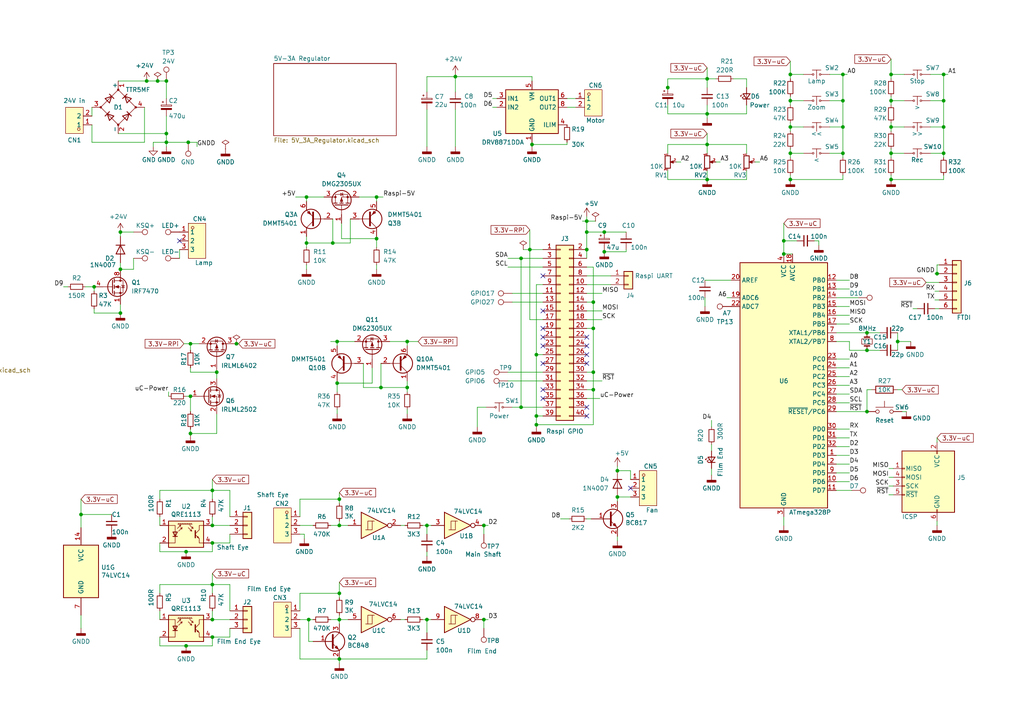
<source format=kicad_sch>
(kicad_sch (version 20230121) (generator eeschema)
  (paper "A4")
  (junction (at 273.685 21.59))
  (junction (at 229.235 29.21))
  (junction (at 170.18 64.135))
  (junction (at 118.11 99.06))
  (junction (at 55.245 125.73))
  (junction (at 205.105 33.02))
  (junction (at 88.9 57.15))
  (junction (at 258.445 21.59))
  (junction (at 170.18 67.31))
  (junction (at 48.26 38.735))
  (junction (at 109.22 69.215))
  (junction (at 48.26 41.275))
  (junction (at 42.545 23.495))
  (junction (at 172.085 95.25))
  (junction (at 132.08 22.225))
  (junction (at 244.475 36.83))
  (junction (at 61.595 142.24))
  (junction (at 258.445 44.45))
  (junction (at 61.595 179.705))
  (junction (at 155.575 123.19))
  (junction (at 97.79 99.06))
  (junction (at 98.425 152.4))
  (junction (at 23.495 149.225))
  (junction (at 89.535 179.705))
  (junction (at 88.9 70.485))
  (junction (at 53.975 187.325))
  (junction (at 258.445 36.83))
  (junction (at 251.46 119.38))
  (junction (at 273.685 44.45))
  (junction (at 271.78 79.375))
  (junction (at 251.46 96.52))
  (junction (at 54.61 41.275))
  (junction (at 61.595 169.545))
  (junction (at 170.18 72.39))
  (junction (at 45.72 23.495))
  (junction (at 175.26 73.025))
  (junction (at 227.33 73.66))
  (junction (at 61.595 152.4))
  (junction (at 193.675 25.4))
  (junction (at 155.575 120.65))
  (junction (at 229.235 21.59))
  (junction (at 109.22 57.15))
  (junction (at 155.575 102.87))
  (junction (at 98.425 179.705))
  (junction (at 110.49 112.395))
  (junction (at 97.79 111.125))
  (junction (at 98.425 172.085))
  (junction (at 179.07 136.525))
  (junction (at 244.475 21.59))
  (junction (at 258.445 29.21))
  (junction (at 172.085 107.95))
  (junction (at 96.52 70.485))
  (junction (at 273.685 29.21))
  (junction (at 34.925 90.805))
  (junction (at 229.235 44.45))
  (junction (at 123.825 179.705))
  (junction (at 175.26 67.31))
  (junction (at 273.685 36.83))
  (junction (at 205.105 22.86))
  (junction (at 172.085 87.63))
  (junction (at 151.13 118.11))
  (junction (at 172.085 113.03))
  (junction (at 62.865 107.95))
  (junction (at 55.245 99.695))
  (junction (at 61.595 157.48))
  (junction (at 55.245 114.935))
  (junction (at 140.335 179.705))
  (junction (at 34.925 78.105))
  (junction (at 229.235 52.07))
  (junction (at 98.425 191.135))
  (junction (at 179.07 144.145))
  (junction (at 68.58 99.695))
  (junction (at 229.235 36.83))
  (junction (at 258.445 52.07))
  (junction (at 123.825 152.4))
  (junction (at 153.67 72.39))
  (junction (at 53.975 160.02))
  (junction (at 118.11 112.395))
  (junction (at 227.33 69.85))
  (junction (at 244.475 44.45))
  (junction (at 205.105 41.91))
  (junction (at 27.305 83.185))
  (junction (at 34.925 67.31))
  (junction (at 205.105 52.07))
  (junction (at 151.13 74.93))
  (junction (at 61.595 184.785))
  (junction (at 251.46 101.6))
  (junction (at 154.305 41.91))
  (junction (at 140.335 152.4))
  (junction (at 98.425 144.78))
  (junction (at 244.475 29.21))
  (junction (at 260.35 99.06))
  (junction (at 48.26 23.495))
  (no_connect (at 157.48 97.79))
  (no_connect (at 157.48 100.33))
  (no_connect (at 52.07 69.85))
  (no_connect (at 170.18 102.87))
  (no_connect (at 157.48 113.03))
  (no_connect (at 170.18 97.79))
  (no_connect (at 157.48 95.25))
  (no_connect (at 157.48 80.01))
  (no_connect (at 170.18 105.41))
  (no_connect (at 157.48 115.57))
  (no_connect (at 170.18 118.11))
  (no_connect (at 157.48 90.17))
  (no_connect (at 170.18 120.65))
  (no_connect (at 182.88 141.605))
  (no_connect (at 170.18 100.33))
  (no_connect (at 157.48 105.41))
  (wire (pts (xy 154.305 41.91) (xy 164.465 41.91)))
  (wire (pts (xy 98.425 179.705) (xy 98.425 178.435)))
  (wire (pts (xy 206.375 121.92) (xy 206.375 123.825)))
  (wire (pts (xy 258.445 35.56) (xy 258.445 36.83)))
  (wire (pts (xy 251.46 113.03) (xy 252.73 113.03)))
  (wire (pts (xy 61.595 169.545) (xy 61.595 172.085)))
  (wire (pts (xy 269.875 44.45) (xy 273.685 44.45)))
  (wire (pts (xy 242.57 142.24) (xy 247.015 142.24)))
  (wire (pts (xy 147.32 77.47) (xy 157.48 77.47)))
  (wire (pts (xy 258.445 50.8) (xy 258.445 52.07)))
  (wire (pts (xy 170.18 90.17) (xy 174.625 90.17)))
  (wire (pts (xy 23.495 178.435) (xy 23.495 182.245)))
  (wire (pts (xy 172.085 107.95) (xy 172.085 113.03)))
  (wire (pts (xy 148.59 87.63) (xy 157.48 87.63)))
  (wire (pts (xy 88.265 154.94) (xy 88.265 156.21)))
  (wire (pts (xy 68.58 99.695) (xy 69.215 99.695)))
  (wire (pts (xy 66.675 149.86) (xy 66.675 142.24)))
  (wire (pts (xy 205.105 22.86) (xy 205.105 25.4)))
  (wire (pts (xy 122.555 179.705) (xy 123.825 179.705)))
  (wire (pts (xy 172.085 123.19) (xy 155.575 123.19)))
  (wire (pts (xy 54.61 41.275) (xy 57.15 41.275)))
  (wire (pts (xy 98.425 144.78) (xy 98.425 146.05)))
  (wire (pts (xy 122.555 152.4) (xy 123.825 152.4)))
  (wire (pts (xy 109.22 69.215) (xy 109.22 68.58)))
  (wire (pts (xy 148.59 85.09) (xy 157.48 85.09)))
  (wire (pts (xy 229.235 50.8) (xy 229.235 52.07)))
  (wire (pts (xy 55.245 107.95) (xy 62.865 107.95)))
  (wire (pts (xy 242.57 137.16) (xy 246.38 137.16)))
  (wire (pts (xy 258.445 36.83) (xy 262.255 36.83)))
  (wire (pts (xy 41.91 31.115) (xy 41.91 41.275)))
  (wire (pts (xy 116.205 179.705) (xy 117.475 179.705)))
  (wire (pts (xy 210.82 86.36) (xy 212.09 86.36)))
  (wire (pts (xy 193.675 25.4) (xy 193.675 22.86)))
  (wire (pts (xy 168.91 64.135) (xy 170.18 64.135)))
  (wire (pts (xy 212.725 22.86) (xy 216.535 22.86)))
  (wire (pts (xy 227.33 64.77) (xy 227.33 69.85)))
  (wire (pts (xy 66.675 169.545) (xy 61.595 169.545)))
  (wire (pts (xy 95.885 179.705) (xy 98.425 179.705)))
  (wire (pts (xy 62.865 107.315) (xy 62.865 107.95)))
  (wire (pts (xy 175.26 73.025) (xy 181.61 73.025)))
  (wire (pts (xy 216.535 49.53) (xy 216.535 52.07)))
  (wire (pts (xy 271.78 76.835) (xy 271.78 79.375)))
  (wire (pts (xy 271.78 79.375) (xy 272.415 79.375)))
  (wire (pts (xy 140.335 152.4) (xy 140.335 154.94)))
  (wire (pts (xy 251.46 96.52) (xy 255.27 96.52)))
  (wire (pts (xy 123.825 154.94) (xy 123.825 152.4)))
  (wire (pts (xy 45.72 23.495) (xy 48.26 23.495)))
  (wire (pts (xy 193.675 26.035) (xy 193.675 25.4)))
  (wire (pts (xy 227.33 149.86) (xy 227.33 152.4)))
  (wire (pts (xy 175.26 72.39) (xy 175.26 73.025)))
  (wire (pts (xy 207.645 46.99) (xy 208.915 46.99)))
  (wire (pts (xy 132.08 22.225) (xy 132.08 26.67)))
  (wire (pts (xy 66.675 154.94) (xy 66.675 157.48)))
  (wire (pts (xy 260.35 99.06) (xy 260.35 101.6)))
  (wire (pts (xy 46.355 172.085) (xy 46.355 169.545)))
  (wire (pts (xy 216.535 33.02) (xy 205.105 33.02)))
  (wire (pts (xy 273.685 21.59) (xy 273.685 29.21)))
  (wire (pts (xy 193.675 41.91) (xy 193.675 44.45)))
  (wire (pts (xy 66.675 184.785) (xy 61.595 184.785)))
  (wire (pts (xy 264.795 89.535) (xy 266.065 89.535)))
  (wire (pts (xy 219.075 46.99) (xy 220.345 46.99)))
  (wire (pts (xy 273.685 29.21) (xy 273.685 36.83)))
  (wire (pts (xy 164.465 28.575) (xy 167.005 28.575)))
  (wire (pts (xy 23.495 153.035) (xy 23.495 149.225)))
  (wire (pts (xy 61.595 177.165) (xy 61.595 179.705)))
  (wire (pts (xy 98.425 191.135) (xy 123.825 191.135)))
  (wire (pts (xy 98.425 191.135) (xy 98.425 192.405)))
  (wire (pts (xy 34.925 76.2) (xy 34.925 78.105)))
  (wire (pts (xy 240.665 36.83) (xy 244.475 36.83)))
  (wire (pts (xy 205.105 41.91) (xy 205.105 44.45)))
  (wire (pts (xy 272.415 76.835) (xy 271.78 76.835)))
  (wire (pts (xy 88.9 68.58) (xy 88.9 70.485)))
  (wire (pts (xy 260.35 99.06) (xy 264.16 99.06)))
  (wire (pts (xy 97.79 118.745) (xy 97.79 120.015)))
  (wire (pts (xy 204.47 81.28) (xy 212.09 81.28)))
  (wire (pts (xy 155.575 82.55) (xy 155.575 102.87)))
  (wire (pts (xy 132.08 21.59) (xy 132.08 22.225)))
  (wire (pts (xy 242.57 109.22) (xy 246.38 109.22)))
  (wire (pts (xy 205.105 38.735) (xy 205.105 41.91)))
  (wire (pts (xy 55.245 125.73) (xy 55.245 126.365)))
  (wire (pts (xy 46.355 152.4) (xy 46.355 149.86)))
  (wire (pts (xy 27.305 90.805) (xy 27.305 89.535)))
  (wire (pts (xy 48.26 41.275) (xy 48.26 42.545)))
  (wire (pts (xy 172.085 77.47) (xy 172.085 87.63)))
  (wire (pts (xy 62.865 107.95) (xy 62.865 109.855)))
  (wire (pts (xy 123.825 152.4) (xy 125.095 152.4)))
  (wire (pts (xy 132.08 22.225) (xy 154.305 22.225)))
  (wire (pts (xy 242.57 119.38) (xy 251.46 119.38)))
  (wire (pts (xy 227.33 69.85) (xy 231.14 69.85)))
  (wire (pts (xy 229.235 29.21) (xy 229.235 30.48)))
  (wire (pts (xy 88.9 70.485) (xy 96.52 70.485)))
  (wire (pts (xy 53.975 160.02) (xy 61.595 160.02)))
  (wire (pts (xy 271.145 84.455) (xy 272.415 84.455)))
  (wire (pts (xy 242.57 129.54) (xy 246.38 129.54)))
  (wire (pts (xy 242.57 139.7) (xy 246.38 139.7)))
  (wire (pts (xy 261.62 119.38) (xy 262.89 119.38)))
  (wire (pts (xy 216.535 41.91) (xy 216.535 44.45)))
  (wire (pts (xy 271.145 86.995) (xy 272.415 86.995)))
  (wire (pts (xy 98.425 168.91) (xy 98.425 172.085)))
  (wire (pts (xy 170.18 87.63) (xy 172.085 87.63)))
  (wire (pts (xy 86.995 172.085) (xy 98.425 172.085)))
  (wire (pts (xy 62.865 125.73) (xy 55.245 125.73)))
  (wire (pts (xy 229.235 44.45) (xy 233.045 44.45)))
  (wire (pts (xy 132.08 22.225) (xy 123.825 22.225)))
  (wire (pts (xy 55.245 101.6) (xy 55.245 99.695)))
  (wire (pts (xy 170.18 110.49) (xy 174.625 110.49)))
  (wire (pts (xy 205.105 52.07) (xy 216.535 52.07)))
  (wire (pts (xy 118.11 110.49) (xy 118.11 112.395)))
  (wire (pts (xy 170.18 95.25) (xy 172.085 95.25)))
  (wire (pts (xy 154.305 42.545) (xy 154.305 41.91)))
  (wire (pts (xy 86.995 144.78) (xy 86.995 149.86)))
  (wire (pts (xy 55.245 114.935) (xy 55.245 119.38)))
  (wire (pts (xy 48.26 41.275) (xy 44.45 41.275)))
  (wire (pts (xy 246.38 99.06) (xy 246.38 101.6)))
  (wire (pts (xy 147.32 110.49) (xy 157.48 110.49)))
  (wire (pts (xy 66.675 142.24) (xy 61.595 142.24)))
  (wire (pts (xy 273.685 44.45) (xy 273.685 45.72)))
  (wire (pts (xy 273.685 50.8) (xy 273.685 52.07)))
  (wire (pts (xy 61.595 152.4) (xy 66.675 152.4)))
  (wire (pts (xy 66.675 182.245) (xy 66.675 184.785)))
  (wire (pts (xy 151.13 74.93) (xy 157.48 74.93)))
  (wire (pts (xy 205.105 19.685) (xy 205.105 22.86)))
  (wire (pts (xy 53.34 99.695) (xy 55.245 99.695)))
  (wire (pts (xy 170.18 115.57) (xy 173.99 115.57)))
  (wire (pts (xy 48.26 23.495) (xy 48.26 28.575)))
  (wire (pts (xy 101.6 63.5) (xy 101.6 70.485)))
  (wire (pts (xy 98.425 142.875) (xy 98.425 144.78)))
  (wire (pts (xy 258.445 21.59) (xy 262.255 21.59)))
  (wire (pts (xy 97.79 99.06) (xy 97.79 100.33)))
  (wire (pts (xy 61.595 160.02) (xy 61.595 157.48)))
  (wire (pts (xy 229.235 35.56) (xy 229.235 36.83)))
  (wire (pts (xy 46.355 169.545) (xy 61.595 169.545)))
  (wire (pts (xy 55.245 99.695) (xy 57.785 99.695)))
  (wire (pts (xy 269.875 29.21) (xy 273.685 29.21)))
  (wire (pts (xy 86.995 179.705) (xy 89.535 179.705)))
  (wire (pts (xy 170.18 62.865) (xy 170.18 64.135)))
  (wire (pts (xy 121.285 99.06) (xy 118.11 99.06)))
  (wire (pts (xy 123.825 183.515) (xy 123.825 179.705)))
  (wire (pts (xy 229.235 43.18) (xy 229.235 44.45)))
  (wire (pts (xy 99.06 69.215) (xy 109.22 69.215)))
  (wire (pts (xy 242.57 124.46) (xy 246.38 124.46)))
  (wire (pts (xy 271.78 151.13) (xy 271.78 152.4)))
  (wire (pts (xy 123.825 42.545) (xy 123.825 31.75)))
  (wire (pts (xy 96.52 63.5) (xy 96.52 70.485)))
  (wire (pts (xy 66.675 157.48) (xy 61.595 157.48)))
  (wire (pts (xy 155.575 120.65) (xy 157.48 120.65)))
  (wire (pts (xy 242.57 114.3) (xy 246.38 114.3)))
  (wire (pts (xy 123.825 160.02) (xy 123.825 161.29)))
  (wire (pts (xy 116.205 152.4) (xy 117.475 152.4)))
  (wire (pts (xy 118.11 99.06) (xy 118.11 100.33)))
  (wire (pts (xy 54.61 41.275) (xy 48.26 41.275)))
  (wire (pts (xy 206.375 128.905) (xy 206.375 130.81)))
  (wire (pts (xy 23.495 149.225) (xy 32.385 149.225)))
  (wire (pts (xy 105.41 105.41) (xy 105.41 112.395)))
  (wire (pts (xy 216.535 30.48) (xy 216.535 33.02)))
  (wire (pts (xy 86.995 182.245) (xy 86.995 191.135)))
  (wire (pts (xy 181.61 73.025) (xy 181.61 72.39)))
  (wire (pts (xy 242.57 99.06) (xy 246.38 99.06)))
  (wire (pts (xy 99.06 64.77) (xy 99.06 69.215)))
  (wire (pts (xy 242.57 111.76) (xy 246.38 111.76)))
  (wire (pts (xy 258.445 27.94) (xy 258.445 29.21)))
  (wire (pts (xy 170.18 72.39) (xy 170.18 74.93)))
  (wire (pts (xy 258.445 43.18) (xy 258.445 44.45)))
  (wire (pts (xy 246.38 101.6) (xy 251.46 101.6)))
  (wire (pts (xy 147.32 107.95) (xy 157.48 107.95)))
  (wire (pts (xy 205.105 41.91) (xy 216.535 41.91)))
  (wire (pts (xy 257.81 143.51) (xy 259.08 143.51)))
  (wire (pts (xy 244.475 21.59) (xy 244.475 29.21)))
  (wire (pts (xy 271.78 127) (xy 271.78 128.27)))
  (wire (pts (xy 53.975 187.325) (xy 61.595 187.325)))
  (wire (pts (xy 229.235 21.59) (xy 229.235 22.86)))
  (wire (pts (xy 97.79 111.125) (xy 97.79 110.49)))
  (wire (pts (xy 205.105 22.86) (xy 207.645 22.86)))
  (wire (pts (xy 96.52 70.485) (xy 101.6 70.485)))
  (wire (pts (xy 170.18 67.31) (xy 175.26 67.31)))
  (wire (pts (xy 260.35 113.03) (xy 261.62 113.03)))
  (wire (pts (xy 170.18 92.71) (xy 174.625 92.71)))
  (wire (pts (xy 109.22 76.835) (xy 109.22 78.105)))
  (wire (pts (xy 242.57 88.9) (xy 246.38 88.9)))
  (wire (pts (xy 138.43 118.11) (xy 138.43 123.825)))
  (wire (pts (xy 193.675 30.48) (xy 193.675 33.02)))
  (wire (pts (xy 34.925 67.31) (xy 38.735 67.31)))
  (wire (pts (xy 155.575 123.19) (xy 155.575 120.65)))
  (wire (pts (xy 170.18 64.135) (xy 172.72 64.135)))
  (wire (pts (xy 244.475 29.21) (xy 244.475 36.83)))
  (wire (pts (xy 193.675 49.53) (xy 193.675 52.07)))
  (wire (pts (xy 273.685 36.83) (xy 273.685 44.45)))
  (wire (pts (xy 258.445 52.07) (xy 273.685 52.07)))
  (wire (pts (xy 109.22 57.15) (xy 111.125 57.15)))
  (wire (pts (xy 205.105 33.02) (xy 193.675 33.02)))
  (wire (pts (xy 193.675 22.86) (xy 205.105 22.86)))
  (wire (pts (xy 151.13 74.93) (xy 151.13 118.11)))
  (wire (pts (xy 244.475 44.45) (xy 244.475 45.72)))
  (wire (pts (xy 205.105 30.48) (xy 205.105 33.02)))
  (wire (pts (xy 98.425 152.4) (xy 100.965 152.4)))
  (wire (pts (xy 258.445 44.45) (xy 258.445 45.72)))
  (wire (pts (xy 98.425 180.975) (xy 98.425 179.705)))
  (wire (pts (xy 34.925 88.265) (xy 34.925 90.805)))
  (wire (pts (xy 258.445 44.45) (xy 262.255 44.45)))
  (wire (pts (xy 271.145 79.375) (xy 271.78 79.375)))
  (wire (pts (xy 46.355 144.78) (xy 46.355 142.24)))
  (wire (pts (xy 27.305 90.805) (xy 34.925 90.805)))
  (wire (pts (xy 237.49 69.85) (xy 237.49 71.12)))
  (wire (pts (xy 258.445 29.21) (xy 262.255 29.21)))
  (wire (pts (xy 229.235 36.83) (xy 233.045 36.83)))
  (wire (pts (xy 242.57 91.44) (xy 246.38 91.44)))
  (wire (pts (xy 123.825 188.595) (xy 123.825 191.135)))
  (wire (pts (xy 170.18 64.135) (xy 170.18 67.31)))
  (wire (pts (xy 98.425 172.085) (xy 98.425 173.355)))
  (wire (pts (xy 242.57 132.08) (xy 246.38 132.08)))
  (wire (pts (xy 240.665 29.21) (xy 244.475 29.21)))
  (wire (pts (xy 242.57 127) (xy 246.38 127)))
  (wire (pts (xy 102.87 99.06) (xy 97.79 99.06)))
  (wire (pts (xy 170.18 80.01) (xy 177.165 80.01)))
  (wire (pts (xy 251.46 119.38) (xy 251.46 113.03)))
  (wire (pts (xy 196.215 46.99) (xy 197.485 46.99)))
  (wire (pts (xy 46.355 142.24) (xy 61.595 142.24)))
  (wire (pts (xy 104.14 57.15) (xy 109.22 57.15)))
  (wire (pts (xy 46.355 160.02) (xy 53.975 160.02)))
  (wire (pts (xy 157.48 82.55) (xy 155.575 82.55)))
  (wire (pts (xy 242.57 134.62) (xy 246.38 134.62)))
  (wire (pts (xy 42.545 23.495) (xy 45.72 23.495)))
  (wire (pts (xy 204.47 86.36) (xy 204.47 88.9)))
  (wire (pts (xy 97.79 111.125) (xy 97.79 113.665)))
  (wire (pts (xy 260.35 96.52) (xy 260.35 99.06)))
  (wire (pts (xy 242.57 116.84) (xy 246.38 116.84)))
  (wire (pts (xy 179.07 135.255) (xy 179.07 136.525)))
  (wire (pts (xy 164.465 41.91) (xy 164.465 41.275)))
  (wire (pts (xy 123.825 22.225) (xy 123.825 26.67)))
  (wire (pts (xy 88.9 76.835) (xy 88.9 78.105)))
  (wire (pts (xy 164.465 31.115) (xy 167.005 31.115)))
  (wire (pts (xy 86.995 154.94) (xy 88.265 154.94)))
  (wire (pts (xy 107.95 106.68) (xy 107.95 111.125)))
  (wire (pts (xy 154.305 23.495) (xy 154.305 22.225)))
  (wire (pts (xy 268.605 81.915) (xy 272.415 81.915)))
  (wire (pts (xy 154.305 41.91) (xy 154.305 41.275)))
  (wire (pts (xy 142.875 31.115) (xy 144.145 31.115)))
  (wire (pts (xy 38.735 74.93) (xy 38.735 78.105)))
  (wire (pts (xy 140.335 152.4) (xy 141.605 152.4)))
  (wire (pts (xy 170.18 72.39) (xy 170.18 67.31)))
  (wire (pts (xy 95.885 152.4) (xy 98.425 152.4)))
  (wire (pts (xy 153.67 92.71) (xy 153.67 72.39)))
  (wire (pts (xy 205.105 33.02) (xy 205.105 34.29)))
  (wire (pts (xy 61.595 179.705) (xy 66.675 179.705)))
  (wire (pts (xy 153.67 72.39) (xy 157.48 72.39)))
  (wire (pts (xy 151.13 118.11) (xy 157.48 118.11)))
  (wire (pts (xy 172.085 113.03) (xy 172.085 123.19)))
  (wire (pts (xy 172.085 87.63) (xy 172.085 95.25)))
  (wire (pts (xy 142.875 28.575) (xy 144.145 28.575)))
  (wire (pts (xy 118.11 118.745) (xy 118.11 120.015)))
  (wire (pts (xy 86.995 191.135) (xy 98.425 191.135)))
  (wire (pts (xy 193.675 41.91) (xy 205.105 41.91)))
  (wire (pts (xy 109.22 57.15) (xy 109.22 58.42)))
  (wire (pts (xy 179.07 144.145) (xy 182.88 144.145)))
  (wire (pts (xy 34.29 38.735) (xy 48.26 38.735)))
  (wire (pts (xy 269.875 21.59) (xy 273.685 21.59)))
  (wire (pts (xy 118.11 112.395) (xy 118.11 113.665)))
  (wire (pts (xy 258.445 29.21) (xy 258.445 30.48)))
  (wire (pts (xy 110.49 112.395) (xy 105.41 112.395)))
  (wire (pts (xy 229.235 21.59) (xy 233.045 21.59)))
  (wire (pts (xy 258.445 17.145) (xy 258.445 21.59)))
  (wire (pts (xy 93.98 57.15) (xy 88.9 57.15)))
  (wire (pts (xy 90.805 179.705) (xy 89.535 179.705)))
  (wire (pts (xy 229.235 17.78) (xy 229.235 21.59)))
  (wire (pts (xy 244.475 36.83) (xy 244.475 44.45)))
  (wire (pts (xy 257.81 138.43) (xy 259.08 138.43)))
  (wire (pts (xy 242.57 83.82) (xy 246.38 83.82)))
  (wire (pts (xy 240.665 21.59) (xy 244.475 21.59)))
  (wire (pts (xy 98.425 152.4) (xy 98.425 151.13)))
  (wire (pts (xy 258.445 21.59) (xy 258.445 22.86)))
  (wire (pts (xy 46.355 184.785) (xy 46.355 187.325)))
  (wire (pts (xy 23.495 144.78) (xy 23.495 149.225)))
  (wire (pts (xy 61.595 187.325) (xy 61.595 184.785)))
  (wire (pts (xy 132.08 42.545) (xy 132.08 31.75)))
  (wire (pts (xy 46.355 179.705) (xy 46.355 177.165)))
  (wire (pts (xy 41.91 41.275) (xy 26.67 41.275)))
  (wire (pts (xy 155.575 102.87) (xy 155.575 120.65)))
  (wire (pts (xy 258.445 36.83) (xy 258.445 38.1)))
  (wire (pts (xy 162.56 150.495) (xy 165.1 150.495)))
  (wire (pts (xy 48.895 113.665) (xy 48.895 114.935)))
  (wire (pts (xy 57.15 41.275) (xy 57.15 42.545)))
  (wire (pts (xy 89.535 179.705) (xy 89.535 186.055)))
  (wire (pts (xy 151.765 72.39) (xy 153.67 72.39)))
  (wire (pts (xy 46.355 187.325) (xy 53.975 187.325)))
  (wire (pts (xy 271.145 89.535) (xy 272.415 89.535)))
  (wire (pts (xy 61.595 166.37) (xy 61.595 169.545)))
  (wire (pts (xy 257.81 135.89) (xy 259.08 135.89)))
  (wire (pts (xy 24.765 83.185) (xy 27.305 83.185)))
  (wire (pts (xy 179.07 155.575) (xy 179.07 156.845)))
  (wire (pts (xy 240.665 44.45) (xy 244.475 44.45)))
  (wire (pts (xy 86.995 144.78) (xy 98.425 144.78)))
  (wire (pts (xy 251.46 101.6) (xy 255.27 101.6)))
  (wire (pts (xy 153.67 66.675) (xy 153.67 72.39)))
  (wire (pts (xy 123.825 179.705) (xy 125.095 179.705)))
  (wire (pts (xy 34.29 23.495) (xy 42.545 23.495)))
  (wire (pts (xy 273.685 21.59) (xy 274.955 21.59)))
  (wire (pts (xy 193.675 52.07) (xy 205.105 52.07)))
  (wire (pts (xy 55.245 106.68) (xy 55.245 107.95)))
  (wire (pts (xy 182.88 136.525) (xy 182.88 139.065)))
  (wire (pts (xy 242.57 106.68) (xy 246.38 106.68)))
  (wire (pts (xy 175.26 67.31) (xy 181.61 67.31)))
  (wire (pts (xy 110.49 105.41) (xy 110.49 112.395)))
  (wire (pts (xy 244.475 21.59) (xy 245.745 21.59)))
  (wire (pts (xy 242.57 81.28) (xy 246.38 81.28)))
  (wire (pts (xy 157.48 92.71) (xy 153.67 92.71)))
  (wire (pts (xy 55.245 124.46) (xy 55.245 125.73)))
  (wire (pts (xy 52.07 72.39) (xy 52.07 74.93)))
  (wire (pts (xy 44.45 41.275) (xy 44.45 42.545)))
  (wire (pts (xy 155.575 123.19) (xy 155.575 123.825)))
  (wire (pts (xy 86.995 152.4) (xy 90.805 152.4)))
  (wire (pts (xy 140.335 179.705) (xy 140.335 182.245)))
  (wire (pts (xy 62.865 120.015) (xy 62.865 125.73)))
  (wire (pts (xy 269.875 36.83) (xy 273.685 36.83)))
  (wire (pts (xy 147.32 74.93) (xy 151.13 74.93)))
  (wire (pts (xy 61.595 142.24) (xy 61.595 144.78)))
  (wire (pts (xy 148.59 118.11) (xy 151.13 118.11)))
  (wire (pts (xy 206.375 135.89) (xy 206.375 137.795)))
  (wire (pts (xy 18.415 83.185) (xy 19.685 83.185)))
  (wire (pts (xy 170.18 113.03) (xy 172.085 113.03)))
  (wire (pts (xy 86.995 172.085) (xy 86.995 177.165)))
  (wire (pts (xy 229.235 44.45) (xy 229.235 45.72)))
  (wire (pts (xy 113.03 99.06) (xy 118.11 99.06)))
  (wire (pts (xy 48.26 41.275) (xy 48.26 38.735)))
  (wire (pts (xy 170.18 77.47) (xy 172.085 77.47)))
  (wire (pts (xy 170.18 107.95) (xy 172.085 107.95)))
  (wire (pts (xy 98.425 179.705) (xy 100.965 179.705)))
  (wire (pts (xy 85.725 57.15) (xy 88.9 57.15)))
  (wire (pts (xy 229.235 29.21) (xy 233.045 29.21)))
  (wire (pts (xy 227.33 69.85) (xy 227.33 73.66)))
  (wire (pts (xy 109.22 69.215) (xy 109.22 71.755)))
  (wire (pts (xy 170.18 150.495) (xy 171.45 150.495)))
  (wire (pts (xy 38.735 78.105) (xy 34.925 78.105)))
  (wire (pts (xy 172.085 95.25) (xy 172.085 107.95)))
  (wire (pts (xy 242.57 93.98) (xy 246.38 93.98)))
  (wire (pts (xy 244.475 50.8) (xy 244.475 52.07)))
  (wire (pts (xy 216.535 22.86) (xy 216.535 25.4)))
  (wire (pts (xy 229.235 52.07) (xy 244.475 52.07)))
  (wire (pts (xy 242.57 96.52) (xy 251.46 96.52)))
  (wire (pts (xy 236.22 69.85) (xy 237.49 69.85)))
  (wire (pts (xy 140.335 179.705) (xy 141.605 179.705)))
  (wire (pts (xy 229.235 27.94) (xy 229.235 29.21)))
  (wire (pts (xy 68.58 99.695) (xy 67.945 99.695)))
  (wire (pts (xy 205.105 52.07) (xy 205.105 49.53)))
  (wire (pts (xy 26.67 36.195) (xy 26.67 41.275)))
  (wire (pts (xy 61.595 139.065) (xy 61.595 142.24)))
  (wire (pts (xy 66.675 177.165) (xy 66.675 169.545)))
  (wire (pts (xy 46.355 157.48) (xy 46.355 160.02)))
  (wire (pts (xy 179.07 136.525) (xy 182.88 136.525)))
  (wire (pts (xy 227.33 73.66) (xy 229.87 73.66)))
  (wire (pts (xy 248.92 86.36) (xy 242.57 86.36)))
  (wire (pts (xy 242.57 104.14) (xy 246.38 104.14)))
  (wire (pts (xy 89.535 186.055) (xy 90.805 186.055)))
  (wire (pts (xy 229.235 36.83) (xy 229.235 38.1)))
  (wire (pts (xy 26.67 33.655) (xy 26.67 31.115)))
  (wire (pts (xy 34.925 67.31) (xy 34.925 68.58)))
  (wire (pts (xy 107.95 111.125) (xy 97.79 111.125)))
  (wire (pts (xy 88.9 57.15) (xy 88.9 58.42)))
  (wire (pts (xy 138.43 118.11) (xy 140.97 118.11)))
  (wire (pts (xy 88.9 70.485) (xy 88.9 71.755)))
  (wire (pts (xy 170.18 85.09) (xy 174.625 85.09)))
  (wire (pts (xy 179.07 144.145) (xy 179.07 145.415)))
  (wire (pts (xy 170.18 82.55) (xy 177.165 82.55)))
  (wire (pts (xy 27.305 83.185) (xy 27.305 84.455)))
  (wire (pts (xy 257.81 140.97) (xy 259.08 140.97)))
  (wire (pts (xy 118.11 112.395) (xy 110.49 112.395)))
  (wire (pts (xy 155.575 102.87) (xy 157.48 102.87)))
  (wire (pts (xy 61.595 149.86) (xy 61.595 152.4)))
  (wire (pts (xy 48.26 33.655) (xy 48.26 38.735)))
  (wire (pts (xy 97.79 99.06) (xy 95.885 99.06)))
  (wire (pts (xy 53.975 114.935) (xy 55.245 114.935)))
  (label "D4" (at 206.375 121.92 180))
  (label "GNDD" (at 57.15 42.545 0))
  (label "D3" (at 141.605 179.705 0))
  (label "GNDD" (at 271.145 79.375 180))
  (label "TX" (at 271.145 86.995 180))
  (label "SDA" (at 246.38 114.3 0))
  (label "A3" (at 208.915 46.99 0))
  (label "RX" (at 246.38 124.46 0))
  (label "A1" (at 246.38 106.68 0))
  (label "A0" (at 246.38 104.14 0))
  (label "MISO" (at 174.625 85.09 0))
  (label "D6" (at 246.38 139.7 0))
  (label "D5" (at 246.38 137.16 0))
  (label "MOSI" (at 246.38 88.9 0))
  (label "SCK" (at 174.625 92.71 0))
  (label "uC-Power" (at 173.99 115.57 0))
  (label "MOSI" (at 257.81 138.43 180))
  (label "TX" (at 246.38 127 0))
  (label "Raspi-5V" (at 111.125 57.15 0))
  (label "A2" (at 246.38 109.22 0))
  (label "SCL" (at 246.38 116.84 0))
  (label "MISO" (at 257.81 135.89 180))
  (label "A6" (at 220.345 46.99 0))
  (label "A1" (at 274.955 21.59 0))
  (label "D2" (at 141.605 152.4 0))
  (label "A2" (at 197.485 46.99 0))
  (label "+5V" (at 85.725 57.15 180))
  (label "D8" (at 246.38 81.28 0))
  (label "~{RST}" (at 264.795 89.535 180))
  (label "SCK" (at 257.81 140.97 180))
  (label "uC-Power" (at 48.895 113.665 180))
  (label "D5" (at 142.875 28.575 180))
  (label "Raspi-5V" (at 168.91 64.135 180))
  (label "SCL" (at 147.32 77.47 180))
  (label "~{RST}" (at 246.38 119.38 0))
  (label "D9" (at 18.415 83.185 180))
  (label "D2" (at 246.38 129.54 0))
  (label "A3" (at 246.38 111.76 0))
  (label "A6" (at 210.82 86.36 180))
  (label "~{RST}" (at 174.625 110.49 0))
  (label "SDA" (at 147.32 74.93 180))
  (label "RX" (at 271.145 84.455 180))
  (label "D9" (at 246.38 83.82 0))
  (label "SCK" (at 246.38 93.98 0))
  (label "D3" (at 246.38 132.08 0))
  (label "D8" (at 162.56 150.495 180))
  (label "D4" (at 246.38 134.62 0))
  (label "D6" (at 142.875 31.115 180))
  (label "~{RST}" (at 257.81 143.51 180))
  (label "MISO" (at 246.38 91.44 0))
  (label "MOSI" (at 174.625 90.17 0))
  (label "A0" (at 245.745 21.59 0))
  (global_label "3.3V-uC" (shape input) (at 69.215 99.695 0) (property "Intersheetrefs" "${INTERSHEET_REFS}" (effects hide)))
  (global_label "3.3V-RPi" (shape input) (at 53.34 99.695 180) (property "Intersheetrefs" "${INTERSHEET_REFS}" (effects hide)))
  (global_label "3.3V-RPi" (shape input) (at 121.285 99.06 0) (property "Intersheetrefs" "${INTERSHEET_REFS}" (effects hide)))
  (global_label "3.3V-uC" (shape input) (at 229.235 17.78 180) (property "Intersheetrefs" "${INTERSHEET_REFS}" (effects hide)))
  (global_label "3.3V-uC" (shape input) (at 258.445 17.145 180) (property "Intersheetrefs" "${INTERSHEET_REFS}" (effects hide)))
  (global_label "3.3V-uC" (shape input) (at 23.495 144.78 0) (property "Intersheetrefs" "${INTERSHEET_REFS}" (effects hide)))
  (global_label "3.3V-uC" (shape input) (at 98.425 168.91 0) (property "Intersheetrefs" "${INTERSHEET_REFS}" (effects hide)))
  (global_label "3.3V-uC" (shape input) (at 268.605 81.915 180) (property "Intersheetrefs" "${INTERSHEET_REFS}" (effects hide)))
  (global_label "3.3V-RPi" (shape input) (at 153.67 66.675 180) (property "Intersheetrefs" "${INTERSHEET_REFS}" (effects hide)))
  (global_label "3.3V-uC" (shape input) (at 61.595 166.37 0) (property "Intersheetrefs" "${INTERSHEET_REFS}" (effects hide)))
  (global_label "3.3V-uC" (shape input) (at 261.62 113.03 0) (property "Intersheetrefs" "${INTERSHEET_REFS}" (effects hide)))
  (global_label "3.3V-uC" (shape input) (at 205.105 19.685 180) (property "Intersheetrefs" "${INTERSHEET_REFS}" (effects hide)))
  (global_label "3.3V-uC" (shape input) (at 98.425 142.875 0) (property "Intersheetrefs" "${INTERSHEET_REFS}" (effects hide)))
  (global_label "3.3V-uC" (shape input) (at 227.33 64.77 0) (property "Intersheetrefs" "${INTERSHEET_REFS}" (effects hide)))
  (global_label "3.3V-uC" (shape input) (at 205.105 38.735 180) (property "Intersheetrefs" "${INTERSHEET_REFS}" (effects hide)))
  (global_label "3.3V-uC" (shape input) (at 61.595 139.065 0) (property "Intersheetrefs" "${INTERSHEET_REFS}" (effects hide)))
  (global_label "3.3V-uC" (shape input) (at 271.78 127 0) (property "Intersheetrefs" "${INTERSHEET_REFS}" (effects hide)))
  (symbol (lib_id "MCU_Microchip_ATmega:ATmega328P-A") (at 227.33 111.76 0) (unit 1)
    (property "Reference" "U6" (at 227.33 110.49 0))
    (property "Value" "ATmega328P" (at 234.95 148.59 0))
    (property "Footprint" "Package_QFP:TQFP-32_7x7mm_P0.8mm" (effects hide))
    (property "Datasheet" "http://ww1.microchip.com/downloads/en/DeviceDoc/ATmega328_P%20AVR%20MCU%20with%20picoPower%20Technology%20Data%20Sheet%2040001984A.pdf" (effects hide))
    (property "LCSC" "C14877" (effects hide))
  )
  (symbol (lib_id "Device:C_Small") (at 257.81 96.52 270) (unit 1)
    (property "Reference" "C15" (at 255.27 97.79 90))
    (property "Value" "22p" (at 260.35 95.25 90))
    (property "Footprint" "Capacitor_SMD:C_0805_2012Metric" (effects hide))
    (property "Datasheet" "https://datasheet.lcsc.com/lcsc/2304140030_Samsung-Electro-Mechanics-CL21C220JBANNNC_C1804.pdf" (effects hide))
    (property "LCSC" "C1804" (effects hide))
  )
  (symbol (lib_id "Device:C_Small") (at 257.81 101.6 90) (mirror x) (unit 1)
    (property "Reference" "C16" (at 255.27 100.33 90))
    (property "Value" "22p" (at 260.35 102.87 90))
    (property "Footprint" "Capacitor_SMD:C_0805_2012Metric" (effects hide))
    (property "Datasheet" "https://datasheet.lcsc.com/lcsc/2304140030_Samsung-Electro-Mechanics-CL21C220JBANNNC_C1804.pdf" (effects hide))
    (property "LCSC" "C1804" (effects hide))
  )
  (symbol (lib_id "Device:C_Small") (at 204.47 83.82 0) (unit 1)
    (property "Reference" "C12" (at 204.47 81.28 0) (effects (justify right)))
    (property "Value" "100n" (at 204.47 86.36 0) (effects (justify right)))
    (property "Footprint" "Capacitor_SMD:C_0805_2012Metric" (effects hide))
    (property "Datasheet" "https://datasheet.lcsc.com/lcsc/2304140030_Samsung-Electro-Mechanics-CL21B104KCFNNNE_C28233.pdf" (effects hide))
    (property "LCSC" "C28233" (effects hide))
  )
  (symbol (lib_id "Device:Crystal_Small") (at 251.46 99.06 270) (unit 1)
    (property "Reference" "Y1" (at 250.19 99.06 90) (effects (justify left)))
    (property "Value" "8MHz" (at 248.92 95.25 90) (effects (justify left)))
    (property "Footprint" "Crystal:Crystal_SMD_5032-2Pin_5.0x3.2mm" (effects hide))
    (property "Datasheet" "https://datasheet.lcsc.com/lcsc/2302201101_YXC-X50328MSB2GI_C115962.pdf" (effects hide))
    (property "LCSC" "C115962" (effects hide))
  )
  (symbol (lib_id "power:GNDD") (at 264.16 99.06 0) (unit 1)
    (property "Reference" "#PWR042" (effects hide))
    (property "Value" "GNDD" (at 265.43 102.87 0))
  )
  (symbol (lib_id "power:GNDD") (at 227.33 152.4 0) (unit 1)
    (property "Reference" "#PWR037" (effects hide))
    (property "Value" "GNDD" (at 227.33 156.21 0))
  )
  (symbol (lib_id "Device:R") (at 256.54 113.03 270) (unit 1)
    (property "Reference" "R27" (at 256.54 110.49 90))
    (property "Value" "10K" (at 256.54 113.03 90))
    (property "Footprint" "Resistor_SMD:R_0805_2012Metric" (effects hide))
    (property "LCSC" "C17414" (effects hide))
  )
  (symbol (lib_id "power:GNDD") (at 48.26 42.545 0) (unit 1)
    (property "Reference" "#PWR08" (effects hide))
    (property "Value" "GNDD" (at 48.26 46.355 0))
  )
  (symbol (lib_id "Device:C_Polarized_Small") (at 48.26 31.115 0) (unit 1)
    (property "Reference" "C2" (at 48.895 29.21 0) (effects (justify left)))
    (property "Value" "470u" (at 48.895 33.655 0) (effects (justify left)))
  )
  (symbol (lib_id "Connector_Generic:Conn_01x06") (at 277.495 81.915 0) (unit 1)
    (property "Reference" "J6" (at 279.527 82.1182 0) (effects (justify left)))
    (property "Value" "FTDI" (at 277.495 92.075 0) (effects (justify left)))
    (property "Footprint" "Connector_PinHeader_2.54mm:PinHeader_1x06_P2.54mm_Vertical" (effects hide))
  )
  (symbol (lib_id "power:GND") (at 44.45 42.545 0) (unit 1)
    (property "Reference" "#PWR07" (effects hide))
    (property "Value" "GND" (at 43.18 46.355 0))
  )
  (symbol (lib_name "QRE1113_1") (lib_id "Sensor_Proximity:QRE1113") (at 53.975 154.94 0) (unit 1)
    (property "Reference" "U2" (at 53.975 146.8882 0))
    (property "Value" "QRE1113" (at 53.975 149.1996 0))
    (property "Footprint" "Peacemans_Footprints:QRE1113GR-slim" (effects hide))
    (property "Datasheet" "http://www.onsemi.com/pub/Collateral/QRE1113-D.PDF" (effects hide))
  )
  (symbol (lib_id "Device:R_Small") (at 46.355 147.32 0) (unit 1)
    (property "Reference" "R1" (at 48.895 147.32 90) (effects (justify left)))
    (property "Value" "100R" (at 43.815 148.59 90) (effects (justify left)))
    (property "Footprint" "Resistor_SMD:R_0805_2012Metric" (effects hide))
  )
  (symbol (lib_id "Device:R_Small") (at 61.595 147.32 0) (unit 1)
    (property "Reference" "R4" (at 59.055 147.32 90) (effects (justify left)))
    (property "Value" "47K" (at 64.135 148.59 90) (effects (justify left)))
    (property "Footprint" "Resistor_SMD:R_0805_2012Metric" (effects hide))
    (property "LCSC" "C17713" (effects hide))
  )
  (symbol (lib_id "power:GNDD") (at 53.975 160.02 0) (unit 1)
    (property "Reference" "#PWR02" (effects hide))
    (property "Value" "GNDD" (at 53.975 163.83 0))
  )
  (symbol (lib_id "Device:C_Small") (at 268.605 89.535 270) (unit 1)
    (property "Reference" "C17" (at 267.335 92.075 90) (effects (justify right)))
    (property "Value" "100n" (at 273.685 92.075 90) (effects (justify right)))
    (property "Footprint" "Capacitor_SMD:C_0805_2012Metric" (effects hide))
    (property "Datasheet" "https://datasheet.lcsc.com/lcsc/2304140030_Samsung-Electro-Mechanics-CL21B104KCFNNNE_C28233.pdf" (effects hide))
    (property "LCSC" "C28233" (effects hide))
  )
  (symbol (lib_id "Connector:TestPoint") (at 48.26 23.495 0) (unit 1)
    (property "Reference" "TP3" (at 46.99 15.24 0) (effects (justify left)))
    (property "Value" "24V" (at 46.99 17.78 0) (effects (justify left)))
    (property "Footprint" "TestPoint:TestPoint_THTPad_D2.0mm_Drill1.0mm" (effects hide))
  )
  (symbol (lib_id "Connector:AVR-ISP-6") (at 269.24 140.97 0) (mirror y) (unit 1)
    (property "Reference" "J5" (at 277.622 138.5316 0) (effects (justify right)))
    (property "Value" "ICSP" (at 261.62 149.86 0) (effects (justify right)))
    (property "Footprint" "Connector_PinHeader_2.54mm:PinHeader_2x03_P2.54mm_Vertical" (effects hide))
    (property "Datasheet" " ~" (effects hide))
  )
  (symbol (lib_id "power:GNDD") (at 271.78 152.4 0) (unit 1)
    (property "Reference" "#PWR043" (effects hide))
    (property "Value" "GNDD" (at 271.78 156.21 0))
  )
  (symbol (lib_id "Device:C_Small") (at 233.68 69.85 90) (unit 1)
    (property "Reference" "C14" (at 232.41 68.58 90) (effects (justify left)))
    (property "Value" "100n" (at 240.03 68.58 90) (effects (justify left)))
    (property "Footprint" "Capacitor_SMD:C_0805_2012Metric" (effects hide))
    (property "Datasheet" "https://datasheet.lcsc.com/lcsc/2304140030_Samsung-Electro-Mechanics-CL21B104KCFNNNE_C28233.pdf" (effects hide))
    (property "LCSC" "C28233" (effects hide))
  )
  (symbol (lib_id "Device:C_Small") (at 32.385 151.765 0) (unit 1)
    (property "Reference" "C1" (at 32.385 149.225 0) (effects (justify left)))
    (property "Value" "100n" (at 32.385 154.305 0) (effects (justify left)))
    (property "Footprint" "LED_SMD:LED_0805_2012Metric" (effects hide))
    (property "Datasheet" "https://datasheet.lcsc.com/lcsc/2304140030_Samsung-Electro-Mechanics-CL21B104KCFNNNE_C28233.pdf" (effects hide))
    (property "LCSC" "C28233" (effects hide))
  )
  (symbol (lib_id "74xx:74HC14") (at 108.585 179.705 0) (unit 3)
    (property "Reference" "U1" (at 109.855 182.88 0))
    (property "Value" "74LVC14" (at 111.125 175.26 0))
    (property "Footprint" "Package_SO:SOIC-14_3.9x8.7mm_P1.27mm" (effects hide))
    (property "Datasheet" "https://datasheet.lcsc.com/lcsc/2304140030_Nexperia-74LVC14AD-118_C6065.pdf" (effects hide))
    (property "LCSC" " C6065" (effects hide))
  )
  (symbol (lib_id "74xx:74HC14") (at 132.715 179.705 0) (unit 4)
    (property "Reference" "U1" (at 134.62 182.88 0))
    (property "Value" "74LVC14" (at 135.89 175.895 0))
    (property "Footprint" "Package_SO:SOIC-14_3.9x8.7mm_P1.27mm" (effects hide))
    (property "Datasheet" "https://datasheet.lcsc.com/lcsc/2304140030_Nexperia-74LVC14AD-118_C6065.pdf" (effects hide))
    (property "LCSC" " C6065" (effects hide))
  )
  (symbol (lib_id "Device:R_Small") (at 120.015 179.705 90) (unit 1)
    (property "Reference" "R13" (at 120.015 177.165 90))
    (property "Value" "3K3" (at 120.015 182.245 90))
    (property "Footprint" "Resistor_SMD:R_0805_2012Metric" (effects hide))
    (property "LCSC" "C26010" (effects hide))
  )
  (symbol (lib_id "Device:C_Small") (at 123.825 186.055 0) (unit 1)
    (property "Reference" "C5" (at 126.365 186.055 0) (effects (justify left)))
    (property "Value" "100n" (at 126.365 188.595 0) (effects (justify left)))
    (property "Footprint" "Capacitor_SMD:C_0805_2012Metric" (effects hide))
    (property "Datasheet" "https://datasheet.lcsc.com/lcsc/2304140030_Samsung-Electro-Mechanics-CL21B104KCFNNNE_C28233.pdf" (effects hide))
    (property "LCSC" "C28233" (effects hide))
  )
  (symbol (lib_id "power:GNDD") (at 98.425 192.405 0) (unit 1)
    (property "Reference" "#PWR013" (effects hide))
    (property "Value" "GNDD" (at 98.425 196.215 0))
  )
  (symbol (lib_id "Transistor_BJT:BC847") (at 95.885 186.055 0) (unit 1)
    (property "Reference" "Q2" (at 100.7364 184.8866 0) (effects (justify left)))
    (property "Value" "BC848" (at 100.7364 187.198 0) (effects (justify left)))
    (property "Footprint" "Package_TO_SOT_SMD:SOT-23" (effects hide))
    (property "Datasheet" "https://www.mouser.de/datasheet/2/308/BC846ALT1-D-1293035.pdf" (effects hide))
    (property "LCSC" "C181142" (effects hide))
  )
  (symbol (lib_id "Device:R_Small") (at 93.345 179.705 90) (unit 1)
    (property "Reference" "R7" (at 93.345 177.165 90))
    (property "Value" "470K" (at 93.345 182.245 90))
    (property "Footprint" "Resistor_SMD:R_0805_2012Metric" (effects hide))
    (property "LCSC" "C17709" (effects hide))
  )
  (symbol (lib_id "Device:R_Small") (at 98.425 175.895 180) (unit 1)
    (property "Reference" "R9" (at 99.9236 174.7266 0) (effects (justify right)))
    (property "Value" "3K" (at 99.9236 177.038 0) (effects (justify right)))
    (property "Footprint" "Resistor_SMD:R_0805_2012Metric" (effects hide))
    (property "LCSC" "C17661" (effects hide))
  )
  (symbol (lib_id "Connector:TestPoint") (at 140.335 182.245 180) (unit 1)
    (property "Reference" "TP8" (at 144.907 185.801 0) (effects (justify left)))
    (property "Value" "Film End" (at 144.145 188.849 0) (effects (justify left)))
    (property "Footprint" "TestPoint:TestPoint_THTPad_D2.0mm_Drill1.0mm" (effects hide))
  )
  (symbol (lib_id "74xx:74HC14") (at 23.495 165.735 0) (unit 7)
    (property "Reference" "U1" (at 29.337 164.5666 0) (effects (justify left)))
    (property "Value" "74LVC14" (at 29.337 166.878 0) (effects (justify left)))
    (property "Footprint" "Package_SO:SOIC-14_3.9x8.7mm_P1.27mm" (effects hide))
    (property "Datasheet" "https://datasheet.lcsc.com/lcsc/2304140030_Nexperia-74LVC14AD-118_C6065.pdf" (effects hide))
    (property "LCSC" " C6065" (effects hide))
  )
  (symbol (lib_id "power:GNDD") (at 23.495 182.245 0) (unit 1)
    (property "Reference" "#PWR01" (effects hide))
    (property "Value" "GNDD" (at 23.495 186.055 0))
  )
  (symbol (lib_id "74xx:74HC14") (at 132.715 152.4 0) (unit 2)
    (property "Reference" "U1" (at 135.255 155.448 0))
    (property "Value" "74LVC14" (at 135.763 148.336 0))
    (property "Footprint" "Package_SO:SOIC-14_3.9x8.7mm_P1.27mm" (effects hide))
    (property "Datasheet" "https://datasheet.lcsc.com/lcsc/2304140030_Nexperia-74LVC14AD-118_C6065.pdf" (effects hide))
    (property "LCSC" " C6065" (effects hide))
  )
  (symbol (lib_id "power:PWR_FLAG") (at 45.72 23.495 0) (unit 1)
    (property "Reference" "#FLG01" (effects hide))
    (property "Value" "PWR_FLAG" (effects hide))
  )
  (symbol (lib_id "Device:C_Polarized_Small") (at 123.825 29.21 0) (unit 1)
    (property "Reference" "C7" (at 126.0602 28.0416 0) (effects (justify left)))
    (property "Value" "22u" (at 126.0602 30.353 0) (effects (justify left)))
    (property "Footprint" "Capacitor_SMD:CP_Elec_6.3x7.7" (effects hide))
    (property "LCSC" " C267472" (effects hide))
  )
  (symbol (lib_id "power:GNDD") (at 118.11 120.015 0) (mirror y) (unit 1)
    (property "Reference" "#PWR016" (effects hide))
    (property "Value" "GNDD" (at 118.11 123.825 0))
  )
  (symbol (lib_id "Device:R_Small") (at 109.22 74.295 0) (unit 1)
    (property "Reference" "R14" (at 111.125 73.025 0) (effects (justify left)))
    (property "Value" "47K" (at 111.125 75.565 0) (effects (justify left)))
    (property "Footprint" "Resistor_SMD:R_0805_2012Metric" (effects hide))
    (property "LCSC" "C17713" (effects hide))
  )
  (symbol (lib_id "power:GNDD") (at 88.9 78.105 0) (unit 1)
    (property "Reference" "#PWR017" (effects hide))
    (property "Value" "GNDD" (at 88.9 81.915 0))
  )
  (symbol (lib_id "Diode:1N4001") (at 34.925 72.39 270) (unit 1)
    (property "Reference" "D2" (at 30.48 74.93 90) (effects (justify left)))
    (property "Value" "1N4007" (at 26.035 76.835 90) (effects (justify left)))
    (property "Footprint" "Diode_SMD:D_SOD-123F" (effects hide))
    (property "Datasheet" "https://datasheet.lcsc.com/lcsc/2308231038_MDD-Microdiode-Electronics--SM4007PL_C64898.pdf" (effects hide))
    (property "Sim.Device" "D" (effects hide))
    (property "Sim.Pins" "1=K 2=A" (effects hide))
    (property "LCSC" "C64898" (effects hide))
  )
  (symbol (lib_id "easyeda2kicad:KF142R-5.08-2P") (at 21.59 34.925 180) (unit 1)
    (property "Reference" "CN1" (at 21.59 40.64 0))
    (property "Value" "24V in" (at 21.59 29.21 0))
    (property "Footprint" "easyeda2kicad:CONN-TH_2P-P5.08_KF142R-5.08-2P" (effects hide))
    (property "Datasheet" "https://lcsc.com/product-detail/New-Quadratic-Unclassified-Data_Cixi-Kefa-Elec-KF142R-5-08-2P_C475144.html" (effects hide))
    (property "LCSC Part" "C475144" (effects hide))
  )
  (symbol (lib_id "power:GNDD") (at 123.825 161.29 0) (unit 1)
    (property "Reference" "#PWR018" (effects hide))
    (property "Value" "GNDD" (at 123.825 165.1 0))
  )
  (symbol (lib_id "Connector_Generic:Conn_01x03") (at 71.755 179.705 0) (unit 1)
    (property "Reference" "J2" (at 70.485 174.625 0) (effects (justify left)))
    (property "Value" "Film End Eye" (at 62.865 186.055 0) (effects (justify left)))
    (property "Footprint" "Connector_PinHeader_2.54mm:PinHeader_1x03_P2.54mm_Vertical" (effects hide))
  )
  (symbol (lib_id "Device:R_Small") (at 258.445 48.26 0) (unit 1)
    (property "Reference" "R31" (at 253.365 46.99 0) (effects (justify left)))
    (property "Value" "10K" (at 253.365 49.53 0) (effects (justify left)))
    (property "Footprint" "Resistor_SMD:R_0805_2012Metric" (effects hide))
    (property "LCSC" "C17414" (effects hide))
  )
  (symbol (lib_name "B3F-5000_sm_1") (lib_id "easyeda2kicad:B3F-5000_sm") (at 236.855 21.59 0) (unit 1)
    (property "Reference" "SW2" (at 241.3 19.685 0))
    (property "Value" "Lamp" (at 236.855 23.495 0))
    (property "Footprint" "easyeda2kicad:KEY-TH_4P-L12.0-W12.0-P5.0-LS12.5-EH-small" (effects hide))
    (property "Datasheet" "https://lcsc.com/product-detail/Others_Omron-Electronics_B3F-5000_Omron-Electronics-B3F-5000_C93156.html" (effects hide))
    (property "LCSC Part" "C93156" (effects hide))
  )
  (symbol (lib_id "Device:R_Small") (at 27.305 86.995 0) (unit 1)
    (property "Reference" "R3" (at 28.575 85.725 0) (effects (justify left)))
    (property "Value" "47K" (at 28.575 88.265 0) (effects (justify left)))
    (property "Footprint" "Resistor_SMD:R_0805_2012Metric" (effects hide))
    (property "LCSC" "C17713" (effects hide))
  )
  (symbol (lib_id "Device:R_Small") (at 258.445 25.4 0) (unit 1)
    (property "Reference" "R28" (at 253.365 24.13 0) (effects (justify left)))
    (property "Value" "100K" (at 252.095 26.67 0) (effects (justify left)))
    (property "Footprint" "Resistor_SMD:R_0805_2012Metric" (effects hide))
    (property "LCSC" "C149504" (effects hide))
  )
  (symbol (lib_id "Device:Q_PMOS_GSD") (at 107.95 101.6 270) (mirror x) (unit 1)
    (property "Reference" "Q11" (at 107.95 92.71 90))
    (property "Value" "DMG2305UX" (at 107.95 95.25 90))
    (property "Footprint" "Package_TO_SOT_SMD:SOT-23" (effects hide))
    (property "Datasheet" "https://datasheet.lcsc.com/lcsc/2201241630_TECH-PUBLIC-DMG2305UX_C2940629.pdf" (effects hide))
    (property "LCSC" " C2940629" (effects hide))
  )
  (symbol (lib_id "Connector:TestPoint") (at 147.32 110.49 90) (unit 1)
    (property "Reference" "TP10" (at 146.685 111.76 90))
    (property "Value" "GPIO6" (at 137.795 110.49 90))
    (property "Footprint" "TestPoint:TestPoint_THTPad_D2.0mm_Drill1.0mm" (effects hide))
  )
  (symbol (lib_id "power:GNDD") (at 206.375 137.795 0) (unit 1)
    (property "Reference" "#PWR036" (effects hide))
    (property "Value" "GNDD" (at 206.375 141.605 0))
  )
  (symbol (lib_name "B3F-5000_sm_7") (lib_id "easyeda2kicad:B3F-5000_sm") (at 236.855 29.21 0) (unit 1)
    (property "Reference" "SW3" (at 241.3 27.305 0))
    (property "Value" "Zoom" (at 236.855 31.115 0))
    (property "Footprint" "easyeda2kicad:KEY-TH_4P-L12.0-W12.0-P5.0-LS12.5-EH-small" (effects hide))
    (property "Datasheet" "https://lcsc.com/product-detail/Others_Omron-Electronics_B3F-5000_Omron-Electronics-B3F-5000_C93156.html" (effects hide))
    (property "LCSC Part" "C93156" (effects hide))
  )
  (symbol (lib_id "power:GNDD") (at 53.975 187.325 0) (unit 1)
    (property "Reference" "#PWR014" (effects hide))
    (property "Value" "GNDD" (at 53.975 191.135 0))
  )
  (symbol (lib_name "B3F-5000_sm_5") (lib_id "easyeda2kicad:B3F-5000_sm") (at 266.065 44.45 0) (unit 1)
    (property "Reference" "SW10" (at 270.51 42.545 0))
    (property "Value" "Rec" (at 266.065 46.355 0))
    (property "Footprint" "easyeda2kicad:KEY-TH_4P-L12.0-W12.0-P5.0-LS12.5-EH-small" (effects hide))
    (property "Datasheet" "https://lcsc.com/product-detail/Others_Omron-Electronics_B3F-5000_Omron-Electronics-B3F-5000_C93156.html" (effects hide))
    (property "LCSC Part" "C93156" (effects hide))
  )
  (symbol (lib_id "power:GNDD") (at 155.575 123.825 0) (unit 1)
    (property "Reference" "#PWR031" (effects hide))
    (property "Value" "GNDD" (at 155.575 127.635 0))
  )
  (symbol (lib_id "Connector:TestPoint") (at 52.07 67.31 90) (unit 1)
    (property "Reference" "TP4" (effects hide))
    (property "Value" "LED+" (at 52.07 65.405 90) (effects (justify left)))
    (property "Footprint" "TestPoint:TestPoint_THTPad_D3.0mm_Drill1.5mm" (effects hide))
  )
  (symbol (lib_id "power:GNDD") (at 258.445 52.07 0) (unit 1)
    (property "Reference" "#PWR040" (effects hide))
    (property "Value" "GNDD" (at 258.445 55.88 0))
  )
  (symbol (lib_id "power:GNDD") (at 205.105 34.29 0) (unit 1)
    (property "Reference" "#PWR034" (effects hide))
    (property "Value" "GNDD" (effects hide))
  )
  (symbol (lib_id "Device:LED_Small") (at 206.375 133.35 90) (unit 1)
    (property "Reference" "D5" (at 203.2 133.35 0))
    (property "Value" "Film End" (at 208.915 133.985 0))
    (property "Footprint" "LED_SMD:LED_0805_2012Metric" (effects hide))
    (property "Datasheet" "https://datasheet.lcsc.com/lcsc/2304140030_Foshan-NationStar-Optoelectronics-NCD0805R1_C84256.pdf" (effects hide))
    (property "LCSC" " C84256" (effects hide))
  )
  (symbol (lib_id "Connector:TestPoint") (at 140.335 154.94 180) (unit 1)
    (property "Reference" "TP7" (at 144.907 158.496 0) (effects (justify left)))
    (property "Value" "Main Shaft" (at 145.415 160.782 0) (effects (justify left)))
    (property "Footprint" "TestPoint:TestPoint_THTPad_D2.0mm_Drill1.0mm" (effects hide))
  )
  (symbol (lib_id "Transistor_FET:IRF7403") (at 32.385 83.185 0) (unit 1)
    (property "Reference" "Q1" (at 38.1 81.915 0) (effects (justify left)))
    (property "Value" "IRF7470" (at 38.1 84.455 0) (effects (justify left)))
    (property "Footprint" "Package_SO:SOIC-8_3.9x4.9mm_P1.27mm" (effects hide))
    (property "Datasheet" "https://datasheet.lcsc.com/lcsc/1912111437_Infineon-Technologies-IRF7470TRPBF_C386356.pdf" (effects hide))
    (property "LCSC" "C386356" (effects hide))
  )
  (symbol (lib_id "Connector_Generic:Conn_02x20_Odd_Even") (at 162.56 95.25 0) (unit 1)
    (property "Reference" "J3" (at 163.83 69.215 0))
    (property "Value" "Raspi GPIO" (at 163.83 125.095 0))
    (property "Footprint" "Connector_PinSocket_2.54mm:PinSocket_2x20_P2.54mm_Vertical" (effects hide))
    (property "Datasheet" "https://datasheet.lcsc.com/lcsc/1811132110_BOOMELE-Boom-Precision-Elec-C35165_C35165.pdf" (effects hide))
    (property "LCSC" "C35165" (effects hide))
  )
  (symbol (lib_id "Device:R_Small") (at 98.425 148.59 180) (unit 1)
    (property "Reference" "R8" (at 99.9236 147.4216 0) (effects (justify right)))
    (property "Value" "3K" (at 99.9236 149.733 0) (effects (justify right)))
    (property "Footprint" "Resistor_SMD:R_0805_2012Metric" (effects hide))
    (property "LCSC" "C17661" (effects hide))
  )
  (symbol (lib_id "power:GNDD") (at 237.49 71.12 0) (unit 1)
    (property "Reference" "#PWR039" (effects hide))
    (property "Value" "GNDD" (at 237.49 74.93 0))
  )
  (symbol (lib_id "Driver_Motor:DRV8871DDA") (at 154.305 31.115 0) (unit 1)
    (property "Reference" "U5" (at 142.875 38.735 0) (effects (justify left)))
    (property "Value" "DRV8871DDA" (at 139.7 41.275 0) (effects (justify left)))
    (property "Footprint" "Package_SO:Texas_HTSOP-8-1EP_3.9x4.9mm_P1.27mm_EP2.95x4.9mm_Mask2.4x3.1mm_ThermalVias" (effects hide))
    (property "Datasheet" "http://www.ti.com/lit/ds/symlink/drv8871.pdf" (effects hide))
    (property "LCSC" "C75864" (effects hide))
  )
  (symbol (lib_id "power:PWR_FLAG") (at 151.765 72.39 0) (unit 1)
    (property "Reference" "#FLG04" (effects hide))
    (property "Value" "PWR_FLAG" (effects hide))
  )
  (symbol (lib_id "Switch:SW_Push") (at 256.54 119.38 0) (unit 1)
    (property "Reference" "SW6" (at 261.62 118.11 0))
    (property "Value" "Reset" (at 256.54 121.92 0))
    (property "Footprint" "Button_Switch_SMD:SW_Push_1P1T_XKB_TS-1187A" (effects hide))
    (property "Datasheet" "https://datasheet.lcsc.com/lcsc/2304140030_XKB-Connectivity-TS-1187A-B-A-B_C318884.pdf" (effects hide))
    (property "LCSC" "C318884" (effects hide))
  )
  (symbol (lib_id "Connector:TestPoint") (at 52.07 74.93 90) (unit 1)
    (property "Reference" "TP5" (effects hide))
    (property "Value" "LED-" (at 52.07 73.025 90) (effects (justify left)))
    (property "Footprint" "TestPoint:TestPoint_THTPad_D3.0mm_Drill1.5mm" (effects hide))
  )
  (symbol (lib_id "Device:R_Small") (at 258.445 33.02 0) (unit 1)
    (property "Reference" "R29" (at 253.365 31.75 0) (effects (justify left)))
    (property "Value" "47K" (at 253.365 34.29 0) (effects (justify left)))
    (property "Footprint" "Resistor_SMD:R_0805_2012Metric" (effects hide))
    (property "LCSC" "C17713" (effects hide))
  )
  (symbol (lib_id "Device:R_Small") (at 229.235 48.26 0) (unit 1)
    (property "Reference" "R25" (at 224.155 46.99 0) (effects (justify left)))
    (property "Value" "10K" (at 224.155 49.53 0) (effects (justify left)))
    (property "Footprint" "Resistor_SMD:R_0805_2012Metric" (effects hide))
    (property "LCSC" "C17414" (effects hide))
  )
  (symbol (lib_id "easyeda2kicad:KF141R-2.54-3P") (at 81.915 152.4 0) (mirror y) (unit 1)
    (property "Reference" "CN2" (at 83.82 146.05 0) (effects (justify left)))
    (property "Value" "Shaft Eye" (at 83.82 143.51 0) (effects (justify left)))
    (property "Footprint" "easyeda2kicad:CONN-TH_3P-P2.54_KF141R-2.54-3P" (effects hide))
    (property "Datasheet" "https://lcsc.com/product-detail/New-Quadratic-Unclassified-Data_Cixi-Kefa-Elec-KF141R-2-54-3P_C475125.html" (effects hide))
    (property "LCSC Part" "C475125" (effects hide))
  )
  (symbol (lib_id "Device:R_Small") (at 61.595 174.625 0) (unit 1)
    (property "Reference" "R10" (at 59.055 174.625 90) (effects (justify left)))
    (property "Value" "47K" (at 64.135 175.895 90) (effects (justify left)))
    (property "Footprint" "Resistor_SMD:R_0805_2012Metric" (effects hide))
    (property "LCSC" "C17713" (effects hide))
  )
  (symbol (lib_id "Device:R_Potentiometer_Small") (at 216.535 46.99 0) (unit 1)
    (property "Reference" "RV3" (at 216.535 50.8 0) (effects (justify right)))
    (property "Value" "10K" (at 215.265 48.26 0) (effects (justify right)))
    (property "Footprint" "easyeda2kicad:RES-ADJ-SMD_RDC506002A" (effects hide))
    (property "LCSC" "C115341" (effects hide))
  )
  (symbol (lib_id "Device:R_Small") (at 229.235 25.4 0) (unit 1)
    (property "Reference" "R22" (at 224.155 24.13 0) (effects (justify left)))
    (property "Value" "100K" (at 222.885 26.67 0) (effects (justify left)))
    (property "Footprint" "Resistor_SMD:R_0805_2012Metric" (effects hide))
    (property "LCSC" "C149504" (effects hide))
  )
  (symbol (lib_id "power:GNDD") (at 132.08 42.545 0) (unit 1)
    (property "Reference" "#PWR025" (effects hide))
    (property "Value" "GNDD" (at 132.08 46.355 0))
  )
  (symbol (lib_id "power:GNDD") (at 154.305 42.545 0) (unit 1)
    (property "Reference" "#PWR030" (effects hide))
    (property "Value" "GNDD" (at 154.305 46.355 0))
  )
  (symbol (lib_id "Device:R_Small") (at 258.445 40.64 0) (unit 1)
    (property "Reference" "R30" (at 253.365 39.37 0) (effects (justify left)))
    (property "Value" "22K" (at 253.365 41.91 0) (effects (justify left)))
    (property "Footprint" "Resistor_SMD:R_0805_2012Metric" (effects hide))
    (property "LCSC" "C17560" (effects hide))
  )
  (symbol (lib_id "Device:R_Potentiometer_Small") (at 205.105 46.99 0) (unit 1)
    (property "Reference" "RV2" (at 205.105 50.8 0) (effects (justify right)))
    (property "Value" "10K" (at 203.835 48.26 0) (effects (justify right)))
    (property "Footprint" "easyeda2kicad:RES-ADJ-SMD_RDC506002A" (effects hide))
    (property "LCSC" "C115341" (effects hide))
  )
  (symbol (lib_id "Device:Q_Dual_PNP_PNP_C1B1B2C2E2E1") (at 100.33 105.41 180) (unit 2)
    (property "Reference" "Q10" (at 94.615 106.68 0) (effects (justify left)))
    (property "Value" "DMMT5401" (at 94.615 104.14 0) (effects (justify left)))
    (property "Footprint" "Package_TO_SOT_SMD:SOT-23-6" (effects hide))
    (property "Datasheet" "https://www.diodes.com/assets/Datasheets/ds30437.pdf" (effects hide))
    (property "LCSC" " C154733" (effects hide))
  )
  (symbol (lib_id "Device:D_Bridge_+-AA") (at 34.29 31.115 90) (unit 1)
    (property "Reference" "D1" (at 34.29 31.115 90))
    (property "Value" "TTR5MF" (at 40.005 26.035 90))
    (property "Footprint" "easyeda2kicad:DIO-BG-TH_TTF" (effects hide))
    (property "LCSC" "C911077" (effects hide))
  )
  (symbol (lib_id "power:GNDD") (at 205.105 52.07 0) (unit 1)
    (property "Reference" "#PWR035" (effects hide))
    (property "Value" "GNDD" (at 205.105 55.88 0))
  )
  (symbol (lib_id "power:GNDD") (at 88.265 156.21 0) (unit 1)
    (property "Reference" "#PWR012" (effects hide))
    (property "Value" "GNDD" (at 88.265 160.02 0))
  )
  (symbol (lib_id "Device:R_Small") (at 120.015 152.4 90) (unit 1)
    (property "Reference" "R12" (at 120.015 149.86 90))
    (property "Value" "3K3" (at 120.015 154.94 90))
    (property "Footprint" "Resistor_SMD:R_0805_2012Metric" (effects hide))
    (property "LCSC" "C26010" (effects hide))
  )
  (symbol (lib_id "Sensor_Proximity:QRE1113") (at 53.975 182.245 0) (unit 1)
    (property "Reference" "U3" (at 53.975 174.1932 0))
    (property "Value" "QRE1113" (at 53.975 176.5046 0))
    (property "Footprint" "Peacemans_Footprints:QRE1113GR-slim" (effects hide))
    (property "Datasheet" "http://www.onsemi.com/pub/Collateral/QRE1113-D.PDF" (effects hide))
  )
  (symbol (lib_id "74xx:74HC14") (at 108.585 152.4 0) (unit 1)
    (property "Reference" "U1" (at 109.855 155.956 0))
    (property "Value" "74LVC14" (at 110.617 148.082 0))
    (property "Footprint" "Package_SO:SOIC-14_3.9x8.7mm_P1.27mm" (effects hide))
    (property "Datasheet" "https://datasheet.lcsc.com/lcsc/2304140030_Nexperia-74LVC14AD-118_C6065.pdf" (effects hide))
    (property "LCSC" " C6065" (effects hide))
  )
  (symbol (lib_id "easyeda2kicad:KF142R-5.08-2P") (at 172.085 29.845 0) (unit 1)
    (property "Reference" "CN6" (at 172.72 24.765 0))
    (property "Value" "Motor" (at 172.72 34.925 0))
    (property "Footprint" "easyeda2kicad:CONN-TH_2P-P5.08_KF142R-5.08-2P" (effects hide))
    (property "Datasheet" "https://lcsc.com/product-detail/New-Quadratic-Unclassified-Data_Cixi-Kefa-Elec-KF142R-5-08-2P_C475144.html" (effects hide))
    (property "LCSC Part" "C475144" (effects hide))
  )
  (symbol (lib_id "Connector:TestPoint") (at 147.32 107.95 90) (unit 1)
    (property "Reference" "TP9" (at 146.685 106.68 90))
    (property "Value" "GPIO5" (at 137.795 107.95 90))
    (property "Footprint" "TestPoint:TestPoint_THTPad_D2.0mm_Drill1.0mm" (effects hide))
  )
  (symbol (lib_id "power:GNDD") (at 34.925 90.805 0) (unit 1)
    (property "Reference" "#PWR05" (effects hide))
    (property "Value" "GNDD" (at 34.925 94.615 0))
  )
  (symbol (lib_id "power:GNDD") (at 204.47 88.9 0) (unit 1)
    (property "Reference" "#PWR033" (effects hide))
    (property "Value" "GNDD" (at 204.47 92.71 0))
  )
  (symbol (lib_id "power:GNDD") (at 138.43 123.825 0) (unit 1)
    (property "Reference" "#PWR026" (effects hide))
    (property "Value" "GNDD" (at 138.43 127.635 0))
  )
  (symbol (lib_name "B3F-5000_sm_8") (lib_id "easyeda2kicad:B3F-5000_sm") (at 266.065 21.59 0) (unit 1)
    (property "Reference" "SW7" (at 270.51 19.685 0))
    (property "Value" "Stop" (at 266.065 23.495 0))
    (property "Footprint" "easyeda2kicad:KEY-TH_4P-L12.0-W12.0-P5.0-LS12.5-EH-small" (effects hide))
    (property "Datasheet" "https://lcsc.com/product-detail/Others_Omron-Electronics_B3F-5000_Omron-Electronics-B3F-5000_C93156.html" (effects hide))
    (property "LCSC Part" "C93156" (effects hide))
  )
  (symbol (lib_id "power:GNDD") (at 109.22 78.105 0) (unit 1)
    (property "Reference" "#PWR020" (effects hide))
    (property "Value" "GNDD" (at 109.22 81.915 0))
  )
  (symbol (lib_id "power:GNDD") (at 262.89 119.38 0) (unit 1)
    (property "Reference" "#PWR041" (effects hide))
    (property "Value" "GNDD" (at 267.335 121.285 0))
  )
  (symbol (lib_id "Device:R_Small") (at 51.435 114.935 90) (unit 1)
    (property "Reference" "R16" (at 52.07 113.03 90))
    (property "Value" "220" (at 52.07 116.84 90))
    (property "Footprint" "Resistor_SMD:R_0805_2012Metric" (effects hide))
  )
  (symbol (lib_id "power:GNDD") (at 97.79 120.015 0) (mirror y) (unit 1)
    (property "Reference" "#PWR019" (effects hide))
    (property "Value" "GNDD" (at 97.79 123.825 0))
  )
  (symbol (lib_id "power:+24V") (at 42.545 23.495 0) (unit 1)
    (property "Reference" "#PWR06" (effects hide))
    (property "Value" "+24V" (at 41.91 19.05 0))
  )
  (symbol (lib_id "Device:Q_PMOS_GSD") (at 99.06 59.69 90) (unit 1)
    (property "Reference" "Q4" (at 99.06 50.8 90))
    (property "Value" "DMG2305UX" (at 99.06 53.34 90))
    (property "Footprint" "Package_TO_SOT_SMD:SOT-23" (effects hide))
    (property "Datasheet" "https://datasheet.lcsc.com/lcsc/2201241630_TECH-PUBLIC-DMG2305UX_C2940629.pdf" (effects hide))
    (property "LCSC" " C2940629" (effects hide))
  )
  (symbol (lib_id "power:GNDD") (at 229.235 52.07 0) (unit 1)
    (property "Reference" "#PWR038" (effects hide))
    (property "Value" "GNDD" (at 229.235 55.88 0))
  )
  (symbol (lib_id "easyeda2kicad:KF141R-2.54-3P") (at 187.96 141.605 0) (unit 1)
    (property "Reference" "CN5" (at 186.69 135.255 0) (effects (justify left)))
    (property "Value" "Fan" (at 187.325 147.955 0) (effects (justify left)))
    (property "Footprint" "easyeda2kicad:CONN-TH_3P-P2.54_KF141R-2.54-3P" (effects hide))
    (property "Datasheet" "https://lcsc.com/product-detail/New-Quadratic-Unclassified-Data_Cixi-Kefa-Elec-KF141R-2-54-3P_C475125.html" (effects hide))
    (property "LCSC Part" "C475125" (effects hide))
  )
  (symbol (lib_id "Device:C_Small") (at 205.105 27.94 0) (unit 1)
    (property "Reference" "C13" (at 207.645 27.94 0) (effects (justify left)))
    (property "Value" "100n" (at 206.375 30.48 0) (effects (justify left)))
    (property "Footprint" "Capacitor_SMD:C_0805_2012Metric" (effects hide))
    (property "Datasheet" "https://datasheet.lcsc.com/lcsc/2304140030_Samsung-Electro-Mechanics-CL21B104KCFNNNE_C28233.pdf" (effects hide))
    (property "LCSC" "C28233" (effects hide))
  )
  (symbol (lib_id "power:GNDD") (at 179.07 156.845 0) (unit 1)
    (property "Reference" "#PWR022" (effects hide))
    (property "Value" "GNDD" (at 179.07 160.655 0))
  )
  (symbol (lib_name "B3F-5000_sm_2") (lib_id "easyeda2kicad:B3F-5000_sm") (at 236.855 36.83 0) (unit 1)
    (property "Reference" "SW4" (at 241.3 34.925 0))
    (property "Value" "<<" (at 236.855 38.735 0))
    (property "Footprint" "easyeda2kicad:KEY-TH_4P-L12.0-W12.0-P5.0-LS12.5-EH-small" (effects hide))
    (property "Datasheet" "https://lcsc.com/product-detail/Others_Omron-Electronics_B3F-5000_Omron-Electronics-B3F-5000_C93156.html" (effects hide))
    (property "LCSC Part" "C93156" (effects hide))
  )
  (symbol (lib_id "Connector:TestPoint") (at 212.09 88.9 90) (unit 1)
    (property "Reference" "TP13" (at 212.725 93.345 90) (effects (justify left)))
    (property "Value" "A7" (at 212.09 90.805 90) (effects (justify left)))
    (property "Footprint" "TestPoint:TestPoint_THTPad_D2.0mm_Drill1.0mm" (effects hide))
  )
  (symbol (lib_id "Connector:TestPoint") (at 148.59 87.63 90) (unit 1)
    (property "Reference" "TP12" (effects hide))
    (property "Value" "GPIO27" (at 143.51 87.63 90) (effects (justify left)))
    (property "Footprint" "TestPoint:TestPoint_THTPad_D2.0mm_Drill1.0mm" (effects hide))
  )
  (symbol (lib_id "Connector:TestPoint") (at 38.735 67.31 270) (unit 1)
    (property "Reference" "TP1" (effects hide))
    (property "Value" "KSQ+" (at 39.37 65.405 90) (effects (justify left)))
    (property "Footprint" "TestPoint:TestPoint_THTPad_D3.0mm_Drill1.5mm" (effects hide))
  )
  (symbol (lib_id "Device:R_Small") (at 229.235 33.02 0) (unit 1)
    (property "Reference" "R23" (at 224.155 31.75 0) (effects (justify left)))
    (property "Value" "47K" (at 224.155 34.29 0) (effects (justify left)))
    (property "Footprint" "Resistor_SMD:R_0805_2012Metric" (effects hide))
    (property "LCSC" "C17713" (effects hide))
  )
  (symbol (lib_id "power:+24V") (at 132.08 21.59 0) (unit 1)
    (property "Reference" "#PWR024" (effects hide))
    (property "Value" "+24V" (at 131.445 17.145 0))
  )
  (symbol (lib_id "Device:R_Small") (at 46.355 174.625 0) (unit 1)
    (property "Reference" "R5" (at 48.895 174.625 90) (effects (justify left)))
    (property "Value" "100R" (at 43.815 175.895 90) (effects (justify left)))
    (property "Footprint" "Resistor_SMD:R_0805_2012Metric" (effects hide))
  )
  (symbol (lib_id "Device:R_Small") (at 55.245 104.14 0) (unit 1)
    (property "Reference" "R17" (at 53.34 104.14 90))
    (property "Value" "10K" (at 57.15 104.14 90))
    (property "Footprint" "Resistor_SMD:R_0805_2012Metric" (effects hide))
  )
  (symbol (lib_id "Device:R_Small") (at 167.64 150.495 270) (unit 1)
    (property "Reference" "R15" (at 167.64 147.955 90))
    (property "Value" "2K2" (at 167.64 153.035 90))
    (property "Footprint" "Resistor_SMD:R_1210_3225Metric" (effects hide))
    (property "LCSC" "C17520" (effects hide))
  )
  (symbol (lib_id "Transistor_BJT:BC847") (at 176.53 150.495 0) (unit 1)
    (property "Reference" "Q5" (at 181.3814 149.3266 0) (effects (justify left)))
    (property "Value" "BC817" (at 181.3814 151.638 0) (effects (justify left)))
    (property "Footprint" "Package_TO_SOT_SMD:SOT-23" (effects hide))
    (property "Datasheet" "https://datasheet.lcsc.com/lcsc/2001081504_Shikues-BC817_C475629.pdf" (effects hide))
    (property "LCSC" "C475629" (effects hide))
  )
  (symbol (lib_id "Device:R_Small") (at 229.235 40.64 0) (unit 1)
    (property "Reference" "R24" (at 224.155 39.37 0) (effects (justify left)))
    (property "Value" "22K" (at 224.155 41.91 0) (effects (justify left)))
    (property "Footprint" "Resistor_SMD:R_0805_2012Metric" (effects hide))
    (property "LCSC" "C17560" (effects hide))
  )
  (symbol (lib_id "power:GNDD") (at 65.405 43.18 0) (unit 1)
    (property "Reference" "#PWR015" (effects hide))
    (property "Value" "GNDD" (at 65.405 46.99 0))
  )
  (symbol (lib_id "Connector:TestPoint") (at 247.015 142.24 270) (unit 1)
    (property "Reference" "TP14" (effects hide))
    (property "Value" "D7" (at 246.38 140.97 90) (effects (justify left)))
    (property "Footprint" "TestPoint:TestPoint_THTPad_D2.0mm_Drill1.0mm" (effects hide))
  )
  (symbol (lib_id "Device:R_Small") (at 93.345 152.4 90) (unit 1)
    (property "Reference" "R6" (at 93.345 149.86 90))
    (property "Value" "470K" (at 93.345 154.94 90))
    (property "Footprint" "Resistor_SMD:R_0805_2012Metric" (effects hide))
    (property "LCSC" "C17709" (effects hide))
  )
  (symbol (lib_name "B3F-5000_sm_6") (lib_id "easyeda2kicad:B3F-5000_sm") (at 236.855 44.45 0) (unit 1)
    (property "Reference" "SW5" (at 241.3 42.545 0))
    (property "Value" "<" (at 236.855 46.355 0))
    (property "Footprint" "easyeda2kicad:KEY-TH_4P-L12.0-W12.0-P5.0-LS12.5-EH-small" (effects hide))
    (property "Datasheet" "https://lcsc.com/product-detail/Others_Omron-Electronics_B3F-5000_Omron-Electronics-B3F-5000_C93156.html" (effects hide))
    (property "LCSC Part" "C93156" (effects hide))
  )
  (symbol (lib_name "B3F-5000_sm_3") (lib_id "easyeda2kicad:B3F-5000_sm") (at 266.065 36.83 0) (unit 1)
    (property "Reference" "SW9" (at 270.51 34.925 0))
    (property "Value" ">>" (at 266.065 38.735 0))
    (property "Footprint" "easyeda2kicad:KEY-TH_4P-L12.0-W12.0-P5.0-LS12.5-EH-small" (effects hide))
    (property "Datasheet" "https://lcsc.com/product-detail/Others_Omron-Electronics_B3F-5000_Omron-Electronics-B3F-5000_C93156.html" (effects hide))
    (property "LCSC Part" "C93156" (effects hide))
  )
  (symbol (lib_id "Device:Q_Dual_PNP_PNP_C1B1B2C2E2E1") (at 106.68 63.5 0) (mirror x) (unit 2)
    (property "Reference" "Q3" (at 112.395 64.77 0) (effects (justify left)))
    (property "Value" "DMMT5401" (at 112.395 62.23 0) (effects (justify left)))
    (property "Footprint" "Package_TO_SOT_SMD:SOT-23-6" (effects hide))
    (property "Datasheet" "https://www.diodes.com/assets/Datasheets/ds30437.pdf" (effects hide))
    (property "LCSC" " C154733" (effects hide))
  )
  (symbol (lib_id "Device:R_Small") (at 97.79 116.205 0) (mirror y) (unit 1)
    (property "Reference" "R36" (at 95.885 114.935 0) (effects (justify left)))
    (property "Value" "47K" (at 95.885 117.475 0) (effects (justify left)))
    (property "Footprint" "Resistor_SMD:R_0805_2012Metric" (effects hide))
    (property "LCSC" "C17713" (effects hide))
  )
  (symbol (lib_id "Device:C_Small") (at 123.825 157.48 0) (unit 1)
    (property "Reference" "C4" (at 126.365 157.48 0) (effects (justify left)))
    (property "Value" "100n" (at 126.365 160.02 0) (effects (justify left)))
    (property "Footprint" "Capacitor_SMD:C_0805_2012Metric" (effects hide))
    (property "Datasheet" "https://datasheet.lcsc.com/lcsc/2304140030_Samsung-Electro-Mechanics-CL21B104KCFNNNE_C28233.pdf" (effects hide))
    (property "LCSC" "C28233" (effects hide))
  )
  (symbol (lib_id "power:+24V") (at 34.925 67.31 0) (unit 1)
    (property "Reference" "#PWR04" (effects hide))
    (property "Value" "+24V" (at 34.29 62.865 0))
  )
  (symbol (lib_id "power:PWR_FLAG") (at 65.405 43.18 0) (unit 1)
    (property "Reference" "#FLG02" (effects hide))
    (property "Value" "PWR_FLAG" (effects hide))
  )
  (symbol (lib_id "Device:R_Small") (at 273.685 48.26 0) (unit 1)
    (property "Reference" "R32" (at 274.955 46.99 0) (effects (justify left)))
    (property "Value" "100K" (at 274.955 49.53 0) (effects (justify left)))
    (property "Footprint" "Resistor_SMD:R_0805_2012Metric" (effects hide))
    (property "LCSC" "C149504" (effects hide))
  )
  (symbol (lib_name "B3F-5000_sm_4") (lib_id "easyeda2kicad:B3F-5000_sm") (at 266.065 29.21 0) (unit 1)
    (property "Reference" "SW8" (at 270.51 27.305 0))
    (property "Value" ">" (at 266.065 31.115 0))
    (property "Footprint" "easyeda2kicad:KEY-TH_4P-L12.0-W12.0-P5.0-LS12.5-EH-small" (effects hide))
    (property "Datasheet" "https://lcsc.com/product-detail/Others_Omron-Electronics_B3F-5000_Omron-Electronics-B3F-5000_C93156.html" (effects hide))
    (property "LCSC Part" "C93156" (effects hide))
  )
  (symbol (lib_id "Device:R_Small") (at 210.185 22.86 270) (unit 1)
    (property "Reference" "R21" (at 208.915 17.78 90) (effects (justify left)))
    (property "Value" "220R" (at 207.645 20.32 90) (effects (justify left)))
    (property "Footprint" "Resistor_SMD:R_0805_2012Metric" (effects hide))
    (property "LCSC" "C17557" (effects hide))
  )
  (symbol (lib_id "Device:C_Polarized_Small") (at 175.26 69.85 0) (unit 1)
    (property "Reference" "C9" (at 173.355 65.405 0) (effects (justify left)))
    (property "Value" "47u" (at 175.895 71.755 0) (effects (justify left)))
    (property "Footprint" "Capacitor_SMD:CP_Elec_5x5.4" (effects hide))
    (property "LCSC" " C72515" (effects hide))
  )
  (symbol (lib_id "Device:R_Small") (at 55.245 121.92 180) (unit 1)
    (property "Reference" "R18" (at 53.34 121.92 90))
    (property "Value" "10K" (at 57.15 121.92 90))
    (property "Footprint" "Resistor_SMD:R_0805_2012Metric" (effects hide))
  )
  (symbol (lib_id "power:PWR_FLAG") (at 172.72 64.135 0) (unit 1)
    (property "Reference" "#FLG03" (effects hide))
    (property "Value" "PWR_FLAG" (effects hide))
  )
  (symbol (lib_id "Connector_Generic:Conn_01x03") (at 71.755 152.4 0) (unit 1)
    (property "Reference" "J1" (at 70.485 147.32 0) (effects (justify left)))
    (property "Value" "Shaft Eye" (at 62.865 158.75 0) (effects (justify left)))
    (property "Footprint" "Connector_PinHeader_2.54mm:PinHeader_1x03_P2.54mm_Vertical" (effects hide))
  )
  (symbol (lib_id "Connector:TestPoint") (at 148.59 85.09 90) (unit 1)
    (property "Reference" "TP11" (effects hide))
    (property "Value" "GPIO17" (at 143.51 85.09 90) (effects (justify left)))
    (property "Footprint" "TestPoint:TestPoint_THTPad_D2.0mm_Drill1.0mm" (effects hide))
  )
  (symbol (lib_id "power:GNDD") (at 55.245 126.365 0) (unit 1)
    (property "Reference" "#PWR028" (effects hide))
    (property "Value" "GNDD" (at 55.245 130.175 0))
  )
  (symbol (lib_id "power:GNDD") (at 32.385 154.305 0) (unit 1)
    (property "Reference" "#PWR03" (effects hide))
    (property "Value" "GNDD" (at 32.385 158.115 0))
  )
  (symbol (lib_id "Connector:TestPoint") (at 248.92 86.36 270) (unit 1)
    (property "Reference" "TP15" (effects hide))
    (property "Value" "D10" (at 246.38 85.09 90) (effects (justify left)))
    (property "Footprint" "TestPoint:TestPoint_THTPad_D2.0mm_Drill1.0mm" (effects hide))
  )
  (symbol (lib_id "Connector:TestPoint") (at 54.61 41.275 180) (unit 1)
    (property "Reference" "TP6" (effects hide))
    (property "Value" "GND" (at 56.515 46.99 0) (effects (justify left)))
    (property "Footprint" "TestPoint:TestPoint_THTPad_D2.0mm_Drill1.0mm" (effects hide))
  )
  (symbol (lib_id "Device:R_Small") (at 164.465 38.735 0) (unit 1)
    (property "Reference" "R19" (at 165.735 37.465 0) (effects (justify left)))
    (property "Value" "30K" (at 165.735 41.91 0) (effects (justify left)))
    (property "Footprint" "Resistor_SMD:R_0805_2012Metric" (effects hide))
    (property "LCSC" "C17621" (effects hide))
  )
  (symbol (lib_id "power:+5V") (at 179.07 135.255 0) (unit 1)
    (property "Reference" "#PWR09" (effects hide))
    (property "Value" "+5V" (at 180.34 131.445 0))
  )
  (symbol (lib_id "Device:R_Small") (at 22.225 83.185 270) (unit 1)
    (property "Reference" "R2" (at 22.225 80.645 90))
    (property "Value" "150R" (at 22.225 85.725 90))
    (property "Footprint" "Resistor_SMD:R_0805_2012Metric" (effects hide))
    (property "LCSC" "C17471" (effects hide))
  )
  (symbol (lib_id "Connector:TestPoint") (at 38.735 74.93 270) (unit 1)
    (property "Reference" "TP2" (effects hide))
    (property "Value" "KSQ-" (at 39.37 73.025 90) (effects (justify left)))
    (property "Footprint" "TestPoint:TestPoint_THTPad_D3.0mm_Drill1.5mm" (effects hide))
  )
  (symbol (lib_id "Device:R_Small") (at 244.475 48.26 0) (unit 1)
    (property "Reference" "R26" (at 245.745 46.99 0) (effects (justify left)))
    (property "Value" "100K" (at 245.745 49.53 0) (effects (justify left)))
    (property "Footprint" "Resistor_SMD:R_0805_2012Metric" (effects hide))
    (property "LCSC" "C149504" (effects hide))
  )
  (symbol (lib_id "easyeda2kicad:B3F-5000_sm") (at 144.78 118.11 0) (unit 1)
    (property "Reference" "SW1" (at 148.59 116.205 0))
    (property "Value" "Power" (at 144.78 120.65 0))
    (property "Footprint" "easyeda2kicad:KEY-TH_4P-L12.0-W12.0-P5.0-LS12.5-EH-small" (effects hide))
    (property "Datasheet" "https://lcsc.com/product-detail/Others_Omron-Electronics_B3F-5000_Omron-Electronics-B3F-5000_C93156.html" (effects hide))
    (property "LCSC Part" "C93156" (effects hide))
  )
  (symbol (lib_id "Device:R_Potentiometer_Small") (at 193.675 46.99 0) (unit 1)
    (property "Reference" "RV1" (at 193.675 50.8 0) (effects (justify right)))
    (property "Value" "10K" (at 192.405 48.26 0) (effects (justify right)))
    (property "Footprint" "easyeda2kicad:RES-ADJ-SMD_RDC506002A" (effects hide))
    (property "LCSC" "C115341" (effects hide))
  )
  (symbol (lib_id "Device:R_Small") (at 118.11 116.205 0) (mirror y) (unit 1)
    (property "Reference" "R35" (at 116.205 114.935 0) (effects (justify left)))
    (property "Value" "10K" (at 116.205 117.475 0) (effects (justify left)))
    (property "Footprint" "Resistor_SMD:R_0805_2012Metric" (effects hide))
    (property "LCSC" "C17414" (effects hide))
  )
  (symbol (lib_id "Device:R_Small") (at 88.9 74.295 0) (unit 1)
    (property "Reference" "R11" (at 90.805 73.025 0) (effects (justify left)))
    (property "Value" "10K" (at 90.805 75.565 0) (effects (justify left)))
    (property "Footprint" "Resistor_SMD:R_0805_2012Metric" (effects hide))
    (property "LCSC" "C17414" (effects hide))
  )
  (symbol (lib_id "Device:C_Polarized_Small") (at 193.675 27.94 0) (unit 1)
    (property "Reference" "C11" (at 189.865 30.48 0) (effects (justify left)))
    (property "Value" "10u" (at 194.945 30.48 0) (effects (justify left)))
    (property "Footprint" "Capacitor_SMD:CP_Elec_5x5.4" (effects hide))
    (property "LCSC" "C335978" (effects hide))
  )
  (symbol (lib_id "Device:LED_Small") (at 216.535 27.94 90) (unit 1)
    (property "Reference" "D6" (at 219.075 27.94 90))
    (property "Value" "Power" (at 220.345 30.48 90))
    (property "Footprint" "LED_SMD:LED_0805_2012Metric" (effects hide))
    (property "Datasheet" "https://datasheet.lcsc.com/lcsc/1806151820_Hubei-KENTO-Elec-KT-0805G_C2297.pdf" (effects hide))
    (property "LCSC" " C2297" (effects hide))
  )
  (symbol (lib_id "Device:C_Small") (at 132.08 29.21 0) (unit 1)
    (property "Reference" "C8" (at 134.62 27.94 0) (effects (justify left)))
    (property "Value" "100n" (at 133.35 30.48 0) (effects (justify left)))
    (property "Footprint" "Capacitor_SMD:C_0805_2012Metric" (effects hide))
    (property "Datasheet" "https://datasheet.lcsc.com/lcsc/2304140030_Samsung-Electro-Mechanics-CL21B104KCFNNNE_C28233.pdf" (effects hide))
    (property "LCSC" "C28233" (effects hide))
  )
  (symbol (lib_id "Device:C_Small") (at 181.61 69.85 0) (unit 1)
    (property "Reference" "C10" (at 180.34 65.405 0) (effects (justify left)))
    (property "Value" "100n" (at 182.88 71.755 0) (effects (justify left)))
    (property "Footprint" "Capacitor_SMD:C_0805_2012Metric" (effects hide))
    (property "Datasheet" "https://datasheet.lcsc.com/lcsc/2304140030_Samsung-Electro-Mechanics-CL21B104KCFNNNE_C28233.pdf" (effects hide))
    (property "LCSC" "C28233" (effects hide))
  )
  (symbol (lib_id "Device:R_Small") (at 206.375 126.365 0) (unit 1)
    (property "Reference" "R20" (at 203.2 128.27 90) (effects (justify left)))
    (property "Value" "300R" (at 208.915 127.635 90) (effects (justify left)))
    (property "Footprint" "Resistor_SMD:R_0805_2012Metric" (effects hide))
    (property "LCSC" "C17617" (effects hide))
  )
  (symbol (lib_id "easyeda2kicad:KF141R-2.54-3P") (at 81.915 179.705 0) (mirror y) (unit 1)
    (property "Reference" "CN3" (at 83.185 173.355 0) (effects (justify left)))
    (property "Value" "Film End Eye" (at 84.455 170.815 0) (effects (justify left)))
    (property "Footprint" "easyeda2kicad:CONN-TH_3P-P2.54_KF141R-2.54-3P" (effects hide))
    (property "Datasheet" "https://lcsc.com/product-detail/New-Quadratic-Unclassified-Data_Cixi-Kefa-Elec-KF141R-2-54-3P_C475125.html" (effects hide))
    (property "LCSC Part" "C475125" (effects hide))
  )
  (symbol (lib_id "Transistor_FET:IRLML0030") (at 60.325 114.935 0) (unit 1)
    (property "Reference" "Q6" (at 65.405 116.205 0) (effects (justify left)))
    (property "Value" "IRLML2502" (at 64.135 118.745 0) (effects (justify left)))
    (property "Footprint" "Package_TO_SOT_SMD:SOT-23" (effects hide))
    (property "LCSC" "C5364308" (effects hide))
  )
  (symbol (lib_id "power:PWR_FLAG") (at 68.58 99.695 0) (unit 1)
    (property "Reference" "#FLG05" (effects hide))
    (property "Value" "PWR_FLAG" (effects hide))
  )
  (symbol (lib_id "power:GNDD") (at 123.825 42.545 0) (unit 1)
    (property "Reference" "#PWR023" (effects hide))
    (property "Value" "GNDD" (at 123.825 46.355 0))
  )
  (symbol (lib_id "Connector_Generic:Conn_01x02") (at 182.245 80.01 0) (unit 1)
    (property "Reference" "J4" (at 181.61 85.725 0) (effects (justify left)))
    (property "Value" "Raspi UART" (at 184.15 80.01 0) (effects (justify left)))
    (property "Footprint" "Connector_PinHeader_2.54mm:PinHeader_1x02_P2.54mm_Vertical" (effects hide))
  )
  (symbol (lib_id "power:+5V") (at 170.18 62.865 0) (unit 1)
    (property "Reference" "#PWR021" (effects hide))
    (property "Value" "+5V" (at 171.45 59.055 0))
  )
  (symbol (lib_id "easyeda2kicad:KF141R-2.54-3P") (at 57.15 69.85 0) (unit 1)
    (property "Reference" "CN4" (at 55.88 63.5 0) (effects (justify left)))
    (property "Value" "Lamp" (at 56.515 76.2 0) (effects (justify left)))
    (property "Footprint" "easyeda2kicad:CONN-TH_3P-P2.54_KF141R-2.54-3P" (effects hide))
    (property "Datasheet" "https://lcsc.com/product-detail/New-Quadratic-Unclassified-Data_Cixi-Kefa-Elec-KF141R-2-54-3P_C475125.html" (effects hide))
    (property "LCSC Part" "C475125" (effects hide))
  )
  (symbol (lib_id "Device:Q_Dual_PNP_PNP_C1B1B2C2E2E1") (at 115.57 105.41 0) (mirror x) (unit 1)
    (property "Reference" "Q10" (at 120.65 104.14 0) (effects (justify left)))
    (property "Value" "DMMT5401" (at 120.65 106.68 0) (effects (justify left)))
    (property "Footprint" "Package_TO_SOT_SMD:SOT-23-6" (effects hide))
    (property "Datasheet" "https://www.diodes.com/assets/Datasheets/ds30437.pdf" (effects hide))
    (property "LCSC" " C154733" (effects hide))
  )
  (symbol (lib_id "Diode:1N4001") (at 179.07 140.335 270) (unit 1)
    (property "Reference" "D4" (at 173.99 139.065 90) (effects (justify left)))
    (property "Value" "1N4007" (at 168.91 141.605 90) (effects (justify left)))
    (property "Footprint" "Diode_SMD:D_SOD-123F" (effects hide))
    (property "Sim.Device" "D" (effects hide))
    (property "Sim.Pins" "1=K 2=A" (effects hide))
    (property "LCSC" "C64898" (effects hide))
  )
  (symbol (lib_id "power:GNDD") (at 175.26 73.025 0) (unit 1)
    (property "Reference" "#PWR032" (effects hide))
    (property "Value" "GNDD" (at 175.26 76.835 0))
  )
  (symbol (lib_id "Device:Q_Dual_PNP_PNP_C1B1B2C2E2E1") (at 91.44 63.5 180) (unit 1)
    (property "Reference" "Q3" (at 86.36 62.23 0) (effects (justify left)))
    (property "Value" "DMMT5401" (at 86.36 64.77 0) (effects (justify left)))
    (property "Footprint" "Package_TO_SOT_SMD:SOT-23-6" (effects hide))
    (property "Datasheet" "https://www.diodes.com/assets/Datasheets/ds30437.pdf" (effects hide))
    (property "LCSC" " C154733" (effects hide))
  )
  (symbol (lib_id "Transistor_FET:IRLML5203") (at 62.865 102.235 270) (mirror x) (unit 1)
    (property "Reference" "Q7" (at 65.405 103.505 90) (effects (justify left)))
    (property "Value" "IRLML6402" (at 64.135 106.045 90) (effects (justify left)))
    (property "Footprint" "Package_TO_SOT_SMD:SOT-23" (effects hide))
    (property "LCSC" "C2886430" (effects hide))
  )
  (sheet (at -24.13 93.345) (size 18.415 12.7) (stroke (width 0.1524))
    (property "Sheetname" "Zero Voltage Diode" (at -24.13 92.6334 0) (effects (justify left bottom)))
    (property "Sheetfile" "zero_voltage_diode.kicad_sch" (at -24.13 106.6296 0) (effects (justify left top)))
  )
  (sheet (at 79.375 18.415) (size 35.56 20.955) (stroke (width 0.1524))
    (property "Sheetname" "5V-3A Regulator" (at 79.375 17.7034 0) (effects (justify left bottom)))
    (property "Sheetfile" "5V_3A_Regulator.kicad_sch" (at 79.375 39.9546 0) (effects (justify left top)))
  )
)
</source>
